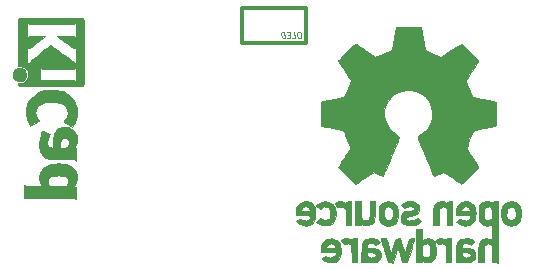
<source format=gbo>
G04 #@! TF.GenerationSoftware,KiCad,Pcbnew,5.0.0-rc2-unknown-fc71fc6~65~ubuntu16.04.1*
G04 #@! TF.CreationDate,2018-06-08T12:28:42+02:00*
G04 #@! TF.ProjectId,mmdvm_hs-hat,6D6D64766D5F68732D6861742E6B6963,1.7*
G04 #@! TF.SameCoordinates,Original*
G04 #@! TF.FileFunction,Legend,Bot*
G04 #@! TF.FilePolarity,Positive*
%FSLAX46Y46*%
G04 Gerber Fmt 4.6, Leading zero omitted, Abs format (unit mm)*
G04 Created by KiCad (PCBNEW 5.0.0-rc2-unknown-fc71fc6~65~ubuntu16.04.1) date Fri Jun  8 12:28:42 2018*
%MOMM*%
%LPD*%
G01*
G04 APERTURE LIST*
%ADD10C,0.300000*%
%ADD11C,0.125000*%
%ADD12C,0.010000*%
G04 APERTURE END LIST*
D10*
X175221900Y-115138200D02*
X175221900Y-112227360D01*
X180662585Y-115138200D02*
X175221900Y-115138200D01*
X180662580Y-112227360D02*
X180662580Y-115138200D01*
X175221900Y-112227360D02*
X180662580Y-112227360D01*
D11*
X180087465Y-114224310D02*
X179992227Y-114224310D01*
X179947584Y-114248120D01*
X179905917Y-114295739D01*
X179894013Y-114390977D01*
X179914846Y-114557643D01*
X179950560Y-114652881D01*
X180004132Y-114700500D01*
X180054727Y-114724310D01*
X180149965Y-114724310D01*
X180194608Y-114700500D01*
X180236275Y-114652881D01*
X180248179Y-114557643D01*
X180227346Y-114390977D01*
X180191632Y-114295739D01*
X180138060Y-114248120D01*
X180087465Y-114224310D01*
X179483298Y-114724310D02*
X179721394Y-114724310D01*
X179658894Y-114224310D01*
X179283894Y-114462405D02*
X179117227Y-114462405D01*
X179078536Y-114724310D02*
X179316632Y-114724310D01*
X179254132Y-114224310D01*
X179016036Y-114224310D01*
X178864251Y-114724310D02*
X178801751Y-114224310D01*
X178682703Y-114224310D01*
X178614251Y-114248120D01*
X178572584Y-114295739D01*
X178554727Y-114343358D01*
X178542822Y-114438596D01*
X178551751Y-114510024D01*
X178587465Y-114605262D01*
X178617227Y-114652881D01*
X178670798Y-114700500D01*
X178745203Y-114724310D01*
X178864251Y-114724310D01*
D12*
G04 #@! TO.C,REF\002A\002A\002A*
G36*
X156273689Y-114744257D02*
X156273725Y-115008780D01*
X156273730Y-115131912D01*
X156273730Y-117102811D01*
X156389910Y-117102811D01*
X156531291Y-117115211D01*
X156661684Y-117152636D01*
X156781862Y-117215423D01*
X156892602Y-117303906D01*
X156922511Y-117333843D01*
X157007348Y-117441534D01*
X157069221Y-117560275D01*
X157108159Y-117686540D01*
X157124190Y-117816803D01*
X157117342Y-117947535D01*
X157087643Y-118075212D01*
X157035120Y-118196305D01*
X156959803Y-118307288D01*
X156914363Y-118357132D01*
X156802952Y-118450017D01*
X156680435Y-118518127D01*
X156548215Y-118560871D01*
X156407692Y-118577653D01*
X156393867Y-118577876D01*
X156273734Y-118578756D01*
X156273732Y-118631557D01*
X156280089Y-118678396D01*
X156295556Y-118721183D01*
X156297154Y-118724011D01*
X156302168Y-118733675D01*
X156306073Y-118742549D01*
X156310007Y-118750665D01*
X156315106Y-118758057D01*
X156322508Y-118764755D01*
X156333351Y-118770792D01*
X156348772Y-118776199D01*
X156369909Y-118781010D01*
X156397899Y-118785255D01*
X156433879Y-118788968D01*
X156478987Y-118792179D01*
X156534360Y-118794922D01*
X156601137Y-118797228D01*
X156680453Y-118799129D01*
X156773447Y-118800658D01*
X156881257Y-118801846D01*
X157005019Y-118802726D01*
X157145871Y-118803330D01*
X157304950Y-118803689D01*
X157483395Y-118803835D01*
X157682342Y-118803802D01*
X157902929Y-118803620D01*
X158146293Y-118803323D01*
X158413572Y-118802941D01*
X158705903Y-118802508D01*
X159024424Y-118802055D01*
X159063230Y-118802002D01*
X159383782Y-118801596D01*
X159678012Y-118801251D01*
X159947056Y-118800931D01*
X160192052Y-118800600D01*
X160414137Y-118800221D01*
X160614447Y-118799757D01*
X160794119Y-118799172D01*
X160954290Y-118798430D01*
X161096098Y-118797494D01*
X161220679Y-118796327D01*
X161329170Y-118794893D01*
X161422707Y-118793156D01*
X161502429Y-118791078D01*
X161569472Y-118788624D01*
X161624973Y-118785756D01*
X161670068Y-118782439D01*
X161705895Y-118778636D01*
X161733591Y-118774310D01*
X161754293Y-118769425D01*
X161769137Y-118763945D01*
X161779260Y-118757832D01*
X161785800Y-118751050D01*
X161789893Y-118743563D01*
X161792676Y-118735334D01*
X161795287Y-118726327D01*
X161798862Y-118716505D01*
X161799950Y-118714106D01*
X161802396Y-118706565D01*
X161804642Y-118693944D01*
X161806698Y-118675141D01*
X161808572Y-118649053D01*
X161810271Y-118614578D01*
X161811803Y-118570615D01*
X161813177Y-118516061D01*
X161814400Y-118449815D01*
X161815481Y-118370774D01*
X161816427Y-118277837D01*
X161817247Y-118169901D01*
X161817947Y-118045864D01*
X161818538Y-117904624D01*
X161819025Y-117745079D01*
X161819419Y-117566128D01*
X161819725Y-117366668D01*
X161819953Y-117145596D01*
X161820110Y-116901812D01*
X161820205Y-116634213D01*
X161820245Y-116341697D01*
X161820238Y-116023161D01*
X161820228Y-115919979D01*
X161820176Y-115594377D01*
X161820091Y-115295119D01*
X161819963Y-115021091D01*
X161819785Y-114771176D01*
X161819548Y-114544260D01*
X161819242Y-114339227D01*
X161818860Y-114154962D01*
X161818392Y-113990350D01*
X161817830Y-113844275D01*
X161817165Y-113715624D01*
X161816388Y-113603279D01*
X161815491Y-113506126D01*
X161814465Y-113423050D01*
X161813301Y-113352936D01*
X161811991Y-113294668D01*
X161810525Y-113247131D01*
X161808896Y-113209210D01*
X161807093Y-113179790D01*
X161805110Y-113157755D01*
X161802936Y-113141990D01*
X161800563Y-113131380D01*
X161798391Y-113125596D01*
X161794056Y-113115316D01*
X161790859Y-113105878D01*
X161787665Y-113097245D01*
X161783338Y-113089381D01*
X161776744Y-113082252D01*
X161766747Y-113075821D01*
X161752212Y-113070053D01*
X161732003Y-113064911D01*
X161704985Y-113060360D01*
X161670023Y-113056365D01*
X161625981Y-113052889D01*
X161571724Y-113049898D01*
X161506117Y-113047354D01*
X161428024Y-113045223D01*
X161336310Y-113043468D01*
X161229840Y-113042055D01*
X161188973Y-113041685D01*
X161188973Y-113408116D01*
X161188973Y-114703266D01*
X161151217Y-114678345D01*
X161112417Y-114653553D01*
X161075469Y-114632560D01*
X161037788Y-114615065D01*
X160996788Y-114600770D01*
X160949883Y-114589377D01*
X160894487Y-114580587D01*
X160828016Y-114574102D01*
X160747883Y-114569623D01*
X160651502Y-114566850D01*
X160536289Y-114565487D01*
X160399657Y-114565233D01*
X160239020Y-114565791D01*
X160179382Y-114566107D01*
X159540041Y-114569675D01*
X160091449Y-114974702D01*
X160247876Y-115089446D01*
X160384088Y-115188857D01*
X160501890Y-115274010D01*
X160603084Y-115345978D01*
X160689477Y-115405834D01*
X160762874Y-115454652D01*
X160825077Y-115493505D01*
X160877893Y-115523466D01*
X160923125Y-115545609D01*
X160962578Y-115561007D01*
X160998058Y-115570734D01*
X161031368Y-115575863D01*
X161064313Y-115577468D01*
X161098697Y-115576621D01*
X161103019Y-115576405D01*
X161189031Y-115571946D01*
X161188973Y-116991308D01*
X161082522Y-116885735D01*
X161053406Y-116857087D01*
X161025076Y-116829910D01*
X160995968Y-116803011D01*
X160964520Y-116775197D01*
X160929169Y-116745275D01*
X160888354Y-116712054D01*
X160840511Y-116674339D01*
X160784079Y-116630940D01*
X160717494Y-116580662D01*
X160639195Y-116522312D01*
X160547619Y-116454700D01*
X160441204Y-116376631D01*
X160318387Y-116286912D01*
X160177605Y-116184352D01*
X160017297Y-116067758D01*
X159885798Y-115972191D01*
X159720596Y-115852251D01*
X159576152Y-115747620D01*
X159451094Y-115657352D01*
X159344052Y-115580497D01*
X159253654Y-115516109D01*
X159178529Y-115463239D01*
X159117304Y-115420940D01*
X159068610Y-115388264D01*
X159031074Y-115364262D01*
X159003325Y-115347987D01*
X158983992Y-115338492D01*
X158971703Y-115334827D01*
X158965242Y-115335929D01*
X158948048Y-115349276D01*
X158911655Y-115378134D01*
X158858224Y-115420760D01*
X158789919Y-115475415D01*
X158708903Y-115540356D01*
X158617340Y-115613842D01*
X158517392Y-115694132D01*
X158411224Y-115779485D01*
X158300997Y-115868160D01*
X158188876Y-115958414D01*
X158127244Y-116008056D01*
X158127244Y-117240627D01*
X158219919Y-117291854D01*
X158312595Y-117343081D01*
X161003622Y-117343081D01*
X161096298Y-117291854D01*
X161188973Y-117240627D01*
X161188973Y-117846604D01*
X161188931Y-117991266D01*
X161188741Y-118110756D01*
X161188308Y-118207358D01*
X161187536Y-118283358D01*
X161186330Y-118341043D01*
X161184594Y-118382699D01*
X161182232Y-118410611D01*
X161179150Y-118427065D01*
X161175251Y-118434348D01*
X161170440Y-118434745D01*
X161164622Y-118430542D01*
X161164574Y-118430499D01*
X161139532Y-118413187D01*
X161098815Y-118390264D01*
X161058168Y-118370019D01*
X160976162Y-118331621D01*
X158127244Y-118323789D01*
X158127244Y-117240627D01*
X158127244Y-116008056D01*
X158077024Y-116048507D01*
X157967604Y-116136698D01*
X157862778Y-116221246D01*
X157764711Y-116300408D01*
X157675566Y-116372444D01*
X157597505Y-116435613D01*
X157532692Y-116488173D01*
X157483290Y-116528383D01*
X157454487Y-116552000D01*
X157346778Y-116643710D01*
X157249580Y-116731940D01*
X157166076Y-116813597D01*
X157099448Y-116885590D01*
X157058599Y-116936681D01*
X157015135Y-116997093D01*
X157015135Y-115607702D01*
X157096666Y-115608092D01*
X157156606Y-115604209D01*
X157212177Y-115589610D01*
X157264855Y-115567012D01*
X157294615Y-115552322D01*
X157324103Y-115536528D01*
X157355276Y-115518186D01*
X157390093Y-115495855D01*
X157430510Y-115468091D01*
X157478486Y-115433451D01*
X157535978Y-115390493D01*
X157604943Y-115337773D01*
X157687339Y-115273849D01*
X157785124Y-115197279D01*
X157900255Y-115106619D01*
X158034690Y-115000426D01*
X158049859Y-114988432D01*
X158579412Y-114569675D01*
X157992922Y-114565622D01*
X157817251Y-114564805D01*
X157668532Y-114564979D01*
X157546275Y-114566151D01*
X157449989Y-114568331D01*
X157379183Y-114571526D01*
X157333369Y-114575744D01*
X157324679Y-114577162D01*
X157233135Y-114599409D01*
X157150608Y-114628557D01*
X157084253Y-114661818D01*
X157056110Y-114681800D01*
X157015135Y-114716278D01*
X157015135Y-114062086D01*
X157015269Y-113906031D01*
X157015703Y-113775533D01*
X157016489Y-113668690D01*
X157017676Y-113583602D01*
X157019317Y-113518365D01*
X157021461Y-113471079D01*
X157024159Y-113439843D01*
X157027462Y-113422754D01*
X157031421Y-113417912D01*
X157032298Y-113418247D01*
X157053231Y-113432115D01*
X157086412Y-113455268D01*
X157103193Y-113467246D01*
X157119940Y-113479631D01*
X157134915Y-113490763D01*
X157149594Y-113500712D01*
X157165449Y-113509549D01*
X157183955Y-113517343D01*
X157206585Y-113524165D01*
X157234813Y-113530084D01*
X157270113Y-113535171D01*
X157313958Y-113539496D01*
X157367822Y-113543129D01*
X157433180Y-113546140D01*
X157511504Y-113548599D01*
X157604268Y-113550577D01*
X157712947Y-113552142D01*
X157839013Y-113553366D01*
X157983942Y-113554319D01*
X158149206Y-113555070D01*
X158336279Y-113555689D01*
X158546635Y-113556248D01*
X158781748Y-113556815D01*
X158997741Y-113557345D01*
X159238535Y-113557845D01*
X159468274Y-113558105D01*
X159685493Y-113558132D01*
X159888722Y-113557933D01*
X160076496Y-113557514D01*
X160247345Y-113556882D01*
X160399803Y-113556044D01*
X160532403Y-113555008D01*
X160643676Y-113553780D01*
X160732156Y-113552367D01*
X160796375Y-113550775D01*
X160834865Y-113549013D01*
X160838933Y-113548679D01*
X160932248Y-113536534D01*
X161007190Y-113517573D01*
X161072594Y-113488698D01*
X161137293Y-113446810D01*
X161144352Y-113441571D01*
X161188973Y-113408116D01*
X161188973Y-113041685D01*
X161107479Y-113040946D01*
X160968090Y-113040107D01*
X160810539Y-113039502D01*
X160633691Y-113039095D01*
X160436410Y-113038850D01*
X160217560Y-113038733D01*
X159976007Y-113038705D01*
X159710615Y-113038733D01*
X159420249Y-113038780D01*
X159103773Y-113038810D01*
X159040946Y-113038811D01*
X158721137Y-113038828D01*
X158427661Y-113038888D01*
X158159390Y-113038998D01*
X157915198Y-113039167D01*
X157693957Y-113039403D01*
X157494540Y-113039716D01*
X157315820Y-113040115D01*
X157156671Y-113040607D01*
X157015966Y-113041203D01*
X156892576Y-113041910D01*
X156785376Y-113042737D01*
X156693238Y-113043693D01*
X156615035Y-113044787D01*
X156549641Y-113046027D01*
X156495928Y-113047422D01*
X156452769Y-113048982D01*
X156419037Y-113050714D01*
X156393605Y-113052628D01*
X156375347Y-113054732D01*
X156363134Y-113057034D01*
X156355841Y-113059545D01*
X156355659Y-113059637D01*
X156344518Y-113064808D01*
X156334431Y-113069115D01*
X156325346Y-113073879D01*
X156317212Y-113080422D01*
X156309976Y-113090065D01*
X156303586Y-113104129D01*
X156297989Y-113123937D01*
X156293133Y-113150809D01*
X156288966Y-113186067D01*
X156285436Y-113231032D01*
X156282491Y-113287026D01*
X156280077Y-113355371D01*
X156278144Y-113437386D01*
X156276638Y-113534395D01*
X156275508Y-113647718D01*
X156274702Y-113778677D01*
X156274166Y-113928593D01*
X156273849Y-114098787D01*
X156273699Y-114290582D01*
X156273663Y-114505298D01*
X156273689Y-114744257D01*
X156273689Y-114744257D01*
G37*
X156273689Y-114744257D02*
X156273725Y-115008780D01*
X156273730Y-115131912D01*
X156273730Y-117102811D01*
X156389910Y-117102811D01*
X156531291Y-117115211D01*
X156661684Y-117152636D01*
X156781862Y-117215423D01*
X156892602Y-117303906D01*
X156922511Y-117333843D01*
X157007348Y-117441534D01*
X157069221Y-117560275D01*
X157108159Y-117686540D01*
X157124190Y-117816803D01*
X157117342Y-117947535D01*
X157087643Y-118075212D01*
X157035120Y-118196305D01*
X156959803Y-118307288D01*
X156914363Y-118357132D01*
X156802952Y-118450017D01*
X156680435Y-118518127D01*
X156548215Y-118560871D01*
X156407692Y-118577653D01*
X156393867Y-118577876D01*
X156273734Y-118578756D01*
X156273732Y-118631557D01*
X156280089Y-118678396D01*
X156295556Y-118721183D01*
X156297154Y-118724011D01*
X156302168Y-118733675D01*
X156306073Y-118742549D01*
X156310007Y-118750665D01*
X156315106Y-118758057D01*
X156322508Y-118764755D01*
X156333351Y-118770792D01*
X156348772Y-118776199D01*
X156369909Y-118781010D01*
X156397899Y-118785255D01*
X156433879Y-118788968D01*
X156478987Y-118792179D01*
X156534360Y-118794922D01*
X156601137Y-118797228D01*
X156680453Y-118799129D01*
X156773447Y-118800658D01*
X156881257Y-118801846D01*
X157005019Y-118802726D01*
X157145871Y-118803330D01*
X157304950Y-118803689D01*
X157483395Y-118803835D01*
X157682342Y-118803802D01*
X157902929Y-118803620D01*
X158146293Y-118803323D01*
X158413572Y-118802941D01*
X158705903Y-118802508D01*
X159024424Y-118802055D01*
X159063230Y-118802002D01*
X159383782Y-118801596D01*
X159678012Y-118801251D01*
X159947056Y-118800931D01*
X160192052Y-118800600D01*
X160414137Y-118800221D01*
X160614447Y-118799757D01*
X160794119Y-118799172D01*
X160954290Y-118798430D01*
X161096098Y-118797494D01*
X161220679Y-118796327D01*
X161329170Y-118794893D01*
X161422707Y-118793156D01*
X161502429Y-118791078D01*
X161569472Y-118788624D01*
X161624973Y-118785756D01*
X161670068Y-118782439D01*
X161705895Y-118778636D01*
X161733591Y-118774310D01*
X161754293Y-118769425D01*
X161769137Y-118763945D01*
X161779260Y-118757832D01*
X161785800Y-118751050D01*
X161789893Y-118743563D01*
X161792676Y-118735334D01*
X161795287Y-118726327D01*
X161798862Y-118716505D01*
X161799950Y-118714106D01*
X161802396Y-118706565D01*
X161804642Y-118693944D01*
X161806698Y-118675141D01*
X161808572Y-118649053D01*
X161810271Y-118614578D01*
X161811803Y-118570615D01*
X161813177Y-118516061D01*
X161814400Y-118449815D01*
X161815481Y-118370774D01*
X161816427Y-118277837D01*
X161817247Y-118169901D01*
X161817947Y-118045864D01*
X161818538Y-117904624D01*
X161819025Y-117745079D01*
X161819419Y-117566128D01*
X161819725Y-117366668D01*
X161819953Y-117145596D01*
X161820110Y-116901812D01*
X161820205Y-116634213D01*
X161820245Y-116341697D01*
X161820238Y-116023161D01*
X161820228Y-115919979D01*
X161820176Y-115594377D01*
X161820091Y-115295119D01*
X161819963Y-115021091D01*
X161819785Y-114771176D01*
X161819548Y-114544260D01*
X161819242Y-114339227D01*
X161818860Y-114154962D01*
X161818392Y-113990350D01*
X161817830Y-113844275D01*
X161817165Y-113715624D01*
X161816388Y-113603279D01*
X161815491Y-113506126D01*
X161814465Y-113423050D01*
X161813301Y-113352936D01*
X161811991Y-113294668D01*
X161810525Y-113247131D01*
X161808896Y-113209210D01*
X161807093Y-113179790D01*
X161805110Y-113157755D01*
X161802936Y-113141990D01*
X161800563Y-113131380D01*
X161798391Y-113125596D01*
X161794056Y-113115316D01*
X161790859Y-113105878D01*
X161787665Y-113097245D01*
X161783338Y-113089381D01*
X161776744Y-113082252D01*
X161766747Y-113075821D01*
X161752212Y-113070053D01*
X161732003Y-113064911D01*
X161704985Y-113060360D01*
X161670023Y-113056365D01*
X161625981Y-113052889D01*
X161571724Y-113049898D01*
X161506117Y-113047354D01*
X161428024Y-113045223D01*
X161336310Y-113043468D01*
X161229840Y-113042055D01*
X161188973Y-113041685D01*
X161188973Y-113408116D01*
X161188973Y-114703266D01*
X161151217Y-114678345D01*
X161112417Y-114653553D01*
X161075469Y-114632560D01*
X161037788Y-114615065D01*
X160996788Y-114600770D01*
X160949883Y-114589377D01*
X160894487Y-114580587D01*
X160828016Y-114574102D01*
X160747883Y-114569623D01*
X160651502Y-114566850D01*
X160536289Y-114565487D01*
X160399657Y-114565233D01*
X160239020Y-114565791D01*
X160179382Y-114566107D01*
X159540041Y-114569675D01*
X160091449Y-114974702D01*
X160247876Y-115089446D01*
X160384088Y-115188857D01*
X160501890Y-115274010D01*
X160603084Y-115345978D01*
X160689477Y-115405834D01*
X160762874Y-115454652D01*
X160825077Y-115493505D01*
X160877893Y-115523466D01*
X160923125Y-115545609D01*
X160962578Y-115561007D01*
X160998058Y-115570734D01*
X161031368Y-115575863D01*
X161064313Y-115577468D01*
X161098697Y-115576621D01*
X161103019Y-115576405D01*
X161189031Y-115571946D01*
X161188973Y-116991308D01*
X161082522Y-116885735D01*
X161053406Y-116857087D01*
X161025076Y-116829910D01*
X160995968Y-116803011D01*
X160964520Y-116775197D01*
X160929169Y-116745275D01*
X160888354Y-116712054D01*
X160840511Y-116674339D01*
X160784079Y-116630940D01*
X160717494Y-116580662D01*
X160639195Y-116522312D01*
X160547619Y-116454700D01*
X160441204Y-116376631D01*
X160318387Y-116286912D01*
X160177605Y-116184352D01*
X160017297Y-116067758D01*
X159885798Y-115972191D01*
X159720596Y-115852251D01*
X159576152Y-115747620D01*
X159451094Y-115657352D01*
X159344052Y-115580497D01*
X159253654Y-115516109D01*
X159178529Y-115463239D01*
X159117304Y-115420940D01*
X159068610Y-115388264D01*
X159031074Y-115364262D01*
X159003325Y-115347987D01*
X158983992Y-115338492D01*
X158971703Y-115334827D01*
X158965242Y-115335929D01*
X158948048Y-115349276D01*
X158911655Y-115378134D01*
X158858224Y-115420760D01*
X158789919Y-115475415D01*
X158708903Y-115540356D01*
X158617340Y-115613842D01*
X158517392Y-115694132D01*
X158411224Y-115779485D01*
X158300997Y-115868160D01*
X158188876Y-115958414D01*
X158127244Y-116008056D01*
X158127244Y-117240627D01*
X158219919Y-117291854D01*
X158312595Y-117343081D01*
X161003622Y-117343081D01*
X161096298Y-117291854D01*
X161188973Y-117240627D01*
X161188973Y-117846604D01*
X161188931Y-117991266D01*
X161188741Y-118110756D01*
X161188308Y-118207358D01*
X161187536Y-118283358D01*
X161186330Y-118341043D01*
X161184594Y-118382699D01*
X161182232Y-118410611D01*
X161179150Y-118427065D01*
X161175251Y-118434348D01*
X161170440Y-118434745D01*
X161164622Y-118430542D01*
X161164574Y-118430499D01*
X161139532Y-118413187D01*
X161098815Y-118390264D01*
X161058168Y-118370019D01*
X160976162Y-118331621D01*
X158127244Y-118323789D01*
X158127244Y-117240627D01*
X158127244Y-116008056D01*
X158077024Y-116048507D01*
X157967604Y-116136698D01*
X157862778Y-116221246D01*
X157764711Y-116300408D01*
X157675566Y-116372444D01*
X157597505Y-116435613D01*
X157532692Y-116488173D01*
X157483290Y-116528383D01*
X157454487Y-116552000D01*
X157346778Y-116643710D01*
X157249580Y-116731940D01*
X157166076Y-116813597D01*
X157099448Y-116885590D01*
X157058599Y-116936681D01*
X157015135Y-116997093D01*
X157015135Y-115607702D01*
X157096666Y-115608092D01*
X157156606Y-115604209D01*
X157212177Y-115589610D01*
X157264855Y-115567012D01*
X157294615Y-115552322D01*
X157324103Y-115536528D01*
X157355276Y-115518186D01*
X157390093Y-115495855D01*
X157430510Y-115468091D01*
X157478486Y-115433451D01*
X157535978Y-115390493D01*
X157604943Y-115337773D01*
X157687339Y-115273849D01*
X157785124Y-115197279D01*
X157900255Y-115106619D01*
X158034690Y-115000426D01*
X158049859Y-114988432D01*
X158579412Y-114569675D01*
X157992922Y-114565622D01*
X157817251Y-114564805D01*
X157668532Y-114564979D01*
X157546275Y-114566151D01*
X157449989Y-114568331D01*
X157379183Y-114571526D01*
X157333369Y-114575744D01*
X157324679Y-114577162D01*
X157233135Y-114599409D01*
X157150608Y-114628557D01*
X157084253Y-114661818D01*
X157056110Y-114681800D01*
X157015135Y-114716278D01*
X157015135Y-114062086D01*
X157015269Y-113906031D01*
X157015703Y-113775533D01*
X157016489Y-113668690D01*
X157017676Y-113583602D01*
X157019317Y-113518365D01*
X157021461Y-113471079D01*
X157024159Y-113439843D01*
X157027462Y-113422754D01*
X157031421Y-113417912D01*
X157032298Y-113418247D01*
X157053231Y-113432115D01*
X157086412Y-113455268D01*
X157103193Y-113467246D01*
X157119940Y-113479631D01*
X157134915Y-113490763D01*
X157149594Y-113500712D01*
X157165449Y-113509549D01*
X157183955Y-113517343D01*
X157206585Y-113524165D01*
X157234813Y-113530084D01*
X157270113Y-113535171D01*
X157313958Y-113539496D01*
X157367822Y-113543129D01*
X157433180Y-113546140D01*
X157511504Y-113548599D01*
X157604268Y-113550577D01*
X157712947Y-113552142D01*
X157839013Y-113553366D01*
X157983942Y-113554319D01*
X158149206Y-113555070D01*
X158336279Y-113555689D01*
X158546635Y-113556248D01*
X158781748Y-113556815D01*
X158997741Y-113557345D01*
X159238535Y-113557845D01*
X159468274Y-113558105D01*
X159685493Y-113558132D01*
X159888722Y-113557933D01*
X160076496Y-113557514D01*
X160247345Y-113556882D01*
X160399803Y-113556044D01*
X160532403Y-113555008D01*
X160643676Y-113553780D01*
X160732156Y-113552367D01*
X160796375Y-113550775D01*
X160834865Y-113549013D01*
X160838933Y-113548679D01*
X160932248Y-113536534D01*
X161007190Y-113517573D01*
X161072594Y-113488698D01*
X161137293Y-113446810D01*
X161144352Y-113441571D01*
X161188973Y-113408116D01*
X161188973Y-113041685D01*
X161107479Y-113040946D01*
X160968090Y-113040107D01*
X160810539Y-113039502D01*
X160633691Y-113039095D01*
X160436410Y-113038850D01*
X160217560Y-113038733D01*
X159976007Y-113038705D01*
X159710615Y-113038733D01*
X159420249Y-113038780D01*
X159103773Y-113038810D01*
X159040946Y-113038811D01*
X158721137Y-113038828D01*
X158427661Y-113038888D01*
X158159390Y-113038998D01*
X157915198Y-113039167D01*
X157693957Y-113039403D01*
X157494540Y-113039716D01*
X157315820Y-113040115D01*
X157156671Y-113040607D01*
X157015966Y-113041203D01*
X156892576Y-113041910D01*
X156785376Y-113042737D01*
X156693238Y-113043693D01*
X156615035Y-113044787D01*
X156549641Y-113046027D01*
X156495928Y-113047422D01*
X156452769Y-113048982D01*
X156419037Y-113050714D01*
X156393605Y-113052628D01*
X156375347Y-113054732D01*
X156363134Y-113057034D01*
X156355841Y-113059545D01*
X156355659Y-113059637D01*
X156344518Y-113064808D01*
X156334431Y-113069115D01*
X156325346Y-113073879D01*
X156317212Y-113080422D01*
X156309976Y-113090065D01*
X156303586Y-113104129D01*
X156297989Y-113123937D01*
X156293133Y-113150809D01*
X156288966Y-113186067D01*
X156285436Y-113231032D01*
X156282491Y-113287026D01*
X156280077Y-113355371D01*
X156278144Y-113437386D01*
X156276638Y-113534395D01*
X156275508Y-113647718D01*
X156274702Y-113778677D01*
X156274166Y-113928593D01*
X156273849Y-114098787D01*
X156273699Y-114290582D01*
X156273663Y-114505298D01*
X156273689Y-114744257D01*
G36*
X156960499Y-121139962D02*
X156976707Y-121288014D01*
X157005718Y-121431452D01*
X157049045Y-121576110D01*
X157108201Y-121727824D01*
X157184700Y-121892428D01*
X157199517Y-121922071D01*
X157233031Y-121990098D01*
X157263208Y-122054256D01*
X157287166Y-122108215D01*
X157302024Y-122145640D01*
X157303895Y-122151389D01*
X157320402Y-122206486D01*
X157679201Y-121959851D01*
X157766893Y-121899552D01*
X157847012Y-121844422D01*
X157916836Y-121796336D01*
X157973647Y-121757168D01*
X158014723Y-121728794D01*
X158037346Y-121713087D01*
X158040928Y-121710536D01*
X158033438Y-121700171D01*
X158010918Y-121674660D01*
X157977461Y-121638563D01*
X157958550Y-121618642D01*
X157868778Y-121505773D01*
X157800561Y-121379014D01*
X157763195Y-121269783D01*
X157751460Y-121204214D01*
X157744308Y-121122116D01*
X157741874Y-121033144D01*
X157744288Y-120946956D01*
X157751683Y-120873205D01*
X157757347Y-120843776D01*
X157802982Y-120711133D01*
X157872663Y-120591606D01*
X157966260Y-120485283D01*
X158083649Y-120392253D01*
X158224700Y-120312605D01*
X158389286Y-120246426D01*
X158577280Y-120193806D01*
X158738217Y-120162533D01*
X158809263Y-120154374D01*
X158901046Y-120148815D01*
X159006968Y-120145802D01*
X159120434Y-120145281D01*
X159234849Y-120147200D01*
X159343617Y-120151503D01*
X159440143Y-120158137D01*
X159517831Y-120167049D01*
X159529817Y-120168979D01*
X159722892Y-120211499D01*
X159893773Y-120269433D01*
X160043224Y-120343133D01*
X160172011Y-120432951D01*
X160241639Y-120496707D01*
X160336173Y-120611286D01*
X160406246Y-120736942D01*
X160451477Y-120871557D01*
X160471484Y-121013011D01*
X160465885Y-121159183D01*
X160434300Y-121307955D01*
X160403394Y-121395911D01*
X160341506Y-121517629D01*
X160252729Y-121643080D01*
X160192694Y-121713353D01*
X160157947Y-121752811D01*
X160132454Y-121783812D01*
X160120170Y-121801458D01*
X160119795Y-121803648D01*
X160132347Y-121811524D01*
X160165516Y-121831932D01*
X160216458Y-121863132D01*
X160282331Y-121903386D01*
X160360289Y-121950957D01*
X160447490Y-122004104D01*
X160496067Y-122033687D01*
X160867215Y-122259648D01*
X161006639Y-121977527D01*
X161056719Y-121875522D01*
X161096210Y-121792889D01*
X161127073Y-121724578D01*
X161151268Y-121665537D01*
X161170758Y-121610714D01*
X161187503Y-121555060D01*
X161203465Y-121493523D01*
X161217482Y-121434540D01*
X161228329Y-121382115D01*
X161236526Y-121327288D01*
X161242528Y-121264572D01*
X161246790Y-121188477D01*
X161249767Y-121093516D01*
X161251052Y-121029513D01*
X161251930Y-120938192D01*
X161251487Y-120850627D01*
X161249852Y-120772612D01*
X161247149Y-120709942D01*
X161243505Y-120668413D01*
X161243142Y-120665952D01*
X161196487Y-120450303D01*
X161125729Y-120247793D01*
X161030914Y-120058495D01*
X160912089Y-119882479D01*
X160769300Y-119719816D01*
X160602594Y-119570578D01*
X160454433Y-119462496D01*
X160260502Y-119347434D01*
X160055699Y-119254423D01*
X159838383Y-119183013D01*
X159606912Y-119132756D01*
X159359643Y-119103201D01*
X159108559Y-119093889D01*
X158865670Y-119101548D01*
X158641570Y-119125613D01*
X158432477Y-119166852D01*
X158234613Y-119226027D01*
X158044196Y-119303904D01*
X158024468Y-119313203D01*
X157840059Y-119415648D01*
X157664576Y-119541472D01*
X157501650Y-119687112D01*
X157354914Y-119849001D01*
X157228001Y-120023576D01*
X157134905Y-120186244D01*
X157061991Y-120350573D01*
X157009174Y-120515251D01*
X156975015Y-120686652D01*
X156958078Y-120871153D01*
X156955580Y-120981459D01*
X156960499Y-121139962D01*
X156960499Y-121139962D01*
G37*
X156960499Y-121139962D02*
X156976707Y-121288014D01*
X157005718Y-121431452D01*
X157049045Y-121576110D01*
X157108201Y-121727824D01*
X157184700Y-121892428D01*
X157199517Y-121922071D01*
X157233031Y-121990098D01*
X157263208Y-122054256D01*
X157287166Y-122108215D01*
X157302024Y-122145640D01*
X157303895Y-122151389D01*
X157320402Y-122206486D01*
X157679201Y-121959851D01*
X157766893Y-121899552D01*
X157847012Y-121844422D01*
X157916836Y-121796336D01*
X157973647Y-121757168D01*
X158014723Y-121728794D01*
X158037346Y-121713087D01*
X158040928Y-121710536D01*
X158033438Y-121700171D01*
X158010918Y-121674660D01*
X157977461Y-121638563D01*
X157958550Y-121618642D01*
X157868778Y-121505773D01*
X157800561Y-121379014D01*
X157763195Y-121269783D01*
X157751460Y-121204214D01*
X157744308Y-121122116D01*
X157741874Y-121033144D01*
X157744288Y-120946956D01*
X157751683Y-120873205D01*
X157757347Y-120843776D01*
X157802982Y-120711133D01*
X157872663Y-120591606D01*
X157966260Y-120485283D01*
X158083649Y-120392253D01*
X158224700Y-120312605D01*
X158389286Y-120246426D01*
X158577280Y-120193806D01*
X158738217Y-120162533D01*
X158809263Y-120154374D01*
X158901046Y-120148815D01*
X159006968Y-120145802D01*
X159120434Y-120145281D01*
X159234849Y-120147200D01*
X159343617Y-120151503D01*
X159440143Y-120158137D01*
X159517831Y-120167049D01*
X159529817Y-120168979D01*
X159722892Y-120211499D01*
X159893773Y-120269433D01*
X160043224Y-120343133D01*
X160172011Y-120432951D01*
X160241639Y-120496707D01*
X160336173Y-120611286D01*
X160406246Y-120736942D01*
X160451477Y-120871557D01*
X160471484Y-121013011D01*
X160465885Y-121159183D01*
X160434300Y-121307955D01*
X160403394Y-121395911D01*
X160341506Y-121517629D01*
X160252729Y-121643080D01*
X160192694Y-121713353D01*
X160157947Y-121752811D01*
X160132454Y-121783812D01*
X160120170Y-121801458D01*
X160119795Y-121803648D01*
X160132347Y-121811524D01*
X160165516Y-121831932D01*
X160216458Y-121863132D01*
X160282331Y-121903386D01*
X160360289Y-121950957D01*
X160447490Y-122004104D01*
X160496067Y-122033687D01*
X160867215Y-122259648D01*
X161006639Y-121977527D01*
X161056719Y-121875522D01*
X161096210Y-121792889D01*
X161127073Y-121724578D01*
X161151268Y-121665537D01*
X161170758Y-121610714D01*
X161187503Y-121555060D01*
X161203465Y-121493523D01*
X161217482Y-121434540D01*
X161228329Y-121382115D01*
X161236526Y-121327288D01*
X161242528Y-121264572D01*
X161246790Y-121188477D01*
X161249767Y-121093516D01*
X161251052Y-121029513D01*
X161251930Y-120938192D01*
X161251487Y-120850627D01*
X161249852Y-120772612D01*
X161247149Y-120709942D01*
X161243505Y-120668413D01*
X161243142Y-120665952D01*
X161196487Y-120450303D01*
X161125729Y-120247793D01*
X161030914Y-120058495D01*
X160912089Y-119882479D01*
X160769300Y-119719816D01*
X160602594Y-119570578D01*
X160454433Y-119462496D01*
X160260502Y-119347434D01*
X160055699Y-119254423D01*
X159838383Y-119183013D01*
X159606912Y-119132756D01*
X159359643Y-119103201D01*
X159108559Y-119093889D01*
X158865670Y-119101548D01*
X158641570Y-119125613D01*
X158432477Y-119166852D01*
X158234613Y-119226027D01*
X158044196Y-119303904D01*
X158024468Y-119313203D01*
X157840059Y-119415648D01*
X157664576Y-119541472D01*
X157501650Y-119687112D01*
X157354914Y-119849001D01*
X157228001Y-120023576D01*
X157134905Y-120186244D01*
X157061991Y-120350573D01*
X157009174Y-120515251D01*
X156975015Y-120686652D01*
X156958078Y-120871153D01*
X156955580Y-120981459D01*
X156960499Y-121139962D01*
G36*
X158064229Y-123867505D02*
X158069378Y-123935531D01*
X158095273Y-124130163D01*
X158136575Y-124302529D01*
X158193853Y-124453470D01*
X158267674Y-124583825D01*
X158358608Y-124694434D01*
X158467222Y-124786135D01*
X158594085Y-124859770D01*
X158731352Y-124913539D01*
X158775137Y-124927187D01*
X158816141Y-124939073D01*
X158856569Y-124949334D01*
X158898630Y-124958113D01*
X158944531Y-124965548D01*
X158996480Y-124971780D01*
X159056685Y-124976950D01*
X159127352Y-124981196D01*
X159210689Y-124984660D01*
X159308905Y-124987481D01*
X159424205Y-124989800D01*
X159558799Y-124991757D01*
X159714893Y-124993491D01*
X159894695Y-124995143D01*
X160035676Y-124996324D01*
X161003622Y-125004270D01*
X161096770Y-125055756D01*
X161141645Y-125080137D01*
X161176501Y-125098280D01*
X161195054Y-125106935D01*
X161196311Y-125107243D01*
X161197749Y-125094014D01*
X161199074Y-125056326D01*
X161200249Y-124997183D01*
X161201237Y-124919586D01*
X161201999Y-124826536D01*
X161202500Y-124721035D01*
X161202701Y-124606084D01*
X161202703Y-124592378D01*
X161202703Y-124077513D01*
X161086000Y-124077513D01*
X161033260Y-124076635D01*
X160992926Y-124074292D01*
X160971300Y-124070921D01*
X160969298Y-124069431D01*
X160977683Y-124055804D01*
X160999692Y-124027757D01*
X161030601Y-123991303D01*
X161031316Y-123990485D01*
X161080843Y-123923962D01*
X161130575Y-123839948D01*
X161175626Y-123747937D01*
X161211110Y-123657421D01*
X161223236Y-123617567D01*
X161238637Y-123538255D01*
X161248465Y-123440935D01*
X161252580Y-123334516D01*
X161250841Y-123227907D01*
X161243108Y-123130017D01*
X161231981Y-123061513D01*
X161182648Y-122893520D01*
X161112342Y-122742281D01*
X161021933Y-122608782D01*
X160912295Y-122494006D01*
X160784299Y-122398937D01*
X160638818Y-122324560D01*
X160550541Y-122292474D01*
X160464739Y-122272365D01*
X160361736Y-122259038D01*
X160251034Y-122252872D01*
X160234925Y-122253074D01*
X160234925Y-123181648D01*
X160317184Y-123189348D01*
X160385546Y-123214989D01*
X160448970Y-123262378D01*
X160467567Y-123280579D01*
X160517846Y-123345282D01*
X160550056Y-123420066D01*
X160565648Y-123509662D01*
X160566796Y-123604012D01*
X160559216Y-123693501D01*
X160544389Y-123762018D01*
X160533253Y-123791775D01*
X160502904Y-123845408D01*
X160460221Y-123902235D01*
X160412317Y-123954082D01*
X160366301Y-123992778D01*
X160349421Y-124003054D01*
X160325782Y-124011042D01*
X160288168Y-124016721D01*
X160232985Y-124020356D01*
X160156640Y-124022211D01*
X160083981Y-124022594D01*
X159999270Y-124022335D01*
X159938018Y-124021287D01*
X159896227Y-124019045D01*
X159869899Y-124015206D01*
X159855035Y-124009365D01*
X159847639Y-124001118D01*
X159846461Y-123998567D01*
X159842833Y-123976400D01*
X159839866Y-123932680D01*
X159837827Y-123873311D01*
X159836983Y-123804196D01*
X159836982Y-123789189D01*
X159838457Y-123696805D01*
X159842842Y-123625432D01*
X159850738Y-123568719D01*
X159862270Y-123521872D01*
X159906215Y-123405669D01*
X159960243Y-123314543D01*
X160025219Y-123247705D01*
X160102005Y-123204365D01*
X160191467Y-123183734D01*
X160234925Y-123181648D01*
X160234925Y-122253074D01*
X160142133Y-122254244D01*
X160044536Y-122263532D01*
X160005105Y-122270777D01*
X159858701Y-122317039D01*
X159723995Y-122387384D01*
X159602280Y-122480484D01*
X159494847Y-122595012D01*
X159402988Y-122729640D01*
X159327996Y-122883040D01*
X159282458Y-123013459D01*
X159258533Y-123100623D01*
X159239943Y-123183996D01*
X159226084Y-123268976D01*
X159216351Y-123360965D01*
X159210141Y-123465362D01*
X159206851Y-123587568D01*
X159205924Y-123698055D01*
X159205027Y-124025677D01*
X159106547Y-124019401D01*
X158999695Y-124001579D01*
X158907852Y-123963667D01*
X158833310Y-123907280D01*
X158778364Y-123834031D01*
X158751552Y-123769535D01*
X158734654Y-123677123D01*
X158732227Y-123567111D01*
X158743378Y-123444656D01*
X158767210Y-123314914D01*
X158802830Y-123183042D01*
X158849343Y-123054198D01*
X158891883Y-122960566D01*
X158913728Y-122915517D01*
X158928984Y-122881156D01*
X158934937Y-122863681D01*
X158934746Y-122862733D01*
X158921412Y-122856703D01*
X158886068Y-122841645D01*
X158832101Y-122818977D01*
X158762896Y-122790115D01*
X158681840Y-122756477D01*
X158599118Y-122722284D01*
X158267803Y-122585586D01*
X158251833Y-122682820D01*
X158243820Y-122724964D01*
X158230361Y-122788319D01*
X158212679Y-122867457D01*
X158191996Y-122956951D01*
X158169532Y-123051373D01*
X158160403Y-123088973D01*
X158122674Y-123251637D01*
X158094388Y-123394050D01*
X158074972Y-123521527D01*
X158063854Y-123639384D01*
X158060464Y-123752938D01*
X158064229Y-123867505D01*
X158064229Y-123867505D01*
G37*
X158064229Y-123867505D02*
X158069378Y-123935531D01*
X158095273Y-124130163D01*
X158136575Y-124302529D01*
X158193853Y-124453470D01*
X158267674Y-124583825D01*
X158358608Y-124694434D01*
X158467222Y-124786135D01*
X158594085Y-124859770D01*
X158731352Y-124913539D01*
X158775137Y-124927187D01*
X158816141Y-124939073D01*
X158856569Y-124949334D01*
X158898630Y-124958113D01*
X158944531Y-124965548D01*
X158996480Y-124971780D01*
X159056685Y-124976950D01*
X159127352Y-124981196D01*
X159210689Y-124984660D01*
X159308905Y-124987481D01*
X159424205Y-124989800D01*
X159558799Y-124991757D01*
X159714893Y-124993491D01*
X159894695Y-124995143D01*
X160035676Y-124996324D01*
X161003622Y-125004270D01*
X161096770Y-125055756D01*
X161141645Y-125080137D01*
X161176501Y-125098280D01*
X161195054Y-125106935D01*
X161196311Y-125107243D01*
X161197749Y-125094014D01*
X161199074Y-125056326D01*
X161200249Y-124997183D01*
X161201237Y-124919586D01*
X161201999Y-124826536D01*
X161202500Y-124721035D01*
X161202701Y-124606084D01*
X161202703Y-124592378D01*
X161202703Y-124077513D01*
X161086000Y-124077513D01*
X161033260Y-124076635D01*
X160992926Y-124074292D01*
X160971300Y-124070921D01*
X160969298Y-124069431D01*
X160977683Y-124055804D01*
X160999692Y-124027757D01*
X161030601Y-123991303D01*
X161031316Y-123990485D01*
X161080843Y-123923962D01*
X161130575Y-123839948D01*
X161175626Y-123747937D01*
X161211110Y-123657421D01*
X161223236Y-123617567D01*
X161238637Y-123538255D01*
X161248465Y-123440935D01*
X161252580Y-123334516D01*
X161250841Y-123227907D01*
X161243108Y-123130017D01*
X161231981Y-123061513D01*
X161182648Y-122893520D01*
X161112342Y-122742281D01*
X161021933Y-122608782D01*
X160912295Y-122494006D01*
X160784299Y-122398937D01*
X160638818Y-122324560D01*
X160550541Y-122292474D01*
X160464739Y-122272365D01*
X160361736Y-122259038D01*
X160251034Y-122252872D01*
X160234925Y-122253074D01*
X160234925Y-123181648D01*
X160317184Y-123189348D01*
X160385546Y-123214989D01*
X160448970Y-123262378D01*
X160467567Y-123280579D01*
X160517846Y-123345282D01*
X160550056Y-123420066D01*
X160565648Y-123509662D01*
X160566796Y-123604012D01*
X160559216Y-123693501D01*
X160544389Y-123762018D01*
X160533253Y-123791775D01*
X160502904Y-123845408D01*
X160460221Y-123902235D01*
X160412317Y-123954082D01*
X160366301Y-123992778D01*
X160349421Y-124003054D01*
X160325782Y-124011042D01*
X160288168Y-124016721D01*
X160232985Y-124020356D01*
X160156640Y-124022211D01*
X160083981Y-124022594D01*
X159999270Y-124022335D01*
X159938018Y-124021287D01*
X159896227Y-124019045D01*
X159869899Y-124015206D01*
X159855035Y-124009365D01*
X159847639Y-124001118D01*
X159846461Y-123998567D01*
X159842833Y-123976400D01*
X159839866Y-123932680D01*
X159837827Y-123873311D01*
X159836983Y-123804196D01*
X159836982Y-123789189D01*
X159838457Y-123696805D01*
X159842842Y-123625432D01*
X159850738Y-123568719D01*
X159862270Y-123521872D01*
X159906215Y-123405669D01*
X159960243Y-123314543D01*
X160025219Y-123247705D01*
X160102005Y-123204365D01*
X160191467Y-123183734D01*
X160234925Y-123181648D01*
X160234925Y-122253074D01*
X160142133Y-122254244D01*
X160044536Y-122263532D01*
X160005105Y-122270777D01*
X159858701Y-122317039D01*
X159723995Y-122387384D01*
X159602280Y-122480484D01*
X159494847Y-122595012D01*
X159402988Y-122729640D01*
X159327996Y-122883040D01*
X159282458Y-123013459D01*
X159258533Y-123100623D01*
X159239943Y-123183996D01*
X159226084Y-123268976D01*
X159216351Y-123360965D01*
X159210141Y-123465362D01*
X159206851Y-123587568D01*
X159205924Y-123698055D01*
X159205027Y-124025677D01*
X159106547Y-124019401D01*
X158999695Y-124001579D01*
X158907852Y-123963667D01*
X158833310Y-123907280D01*
X158778364Y-123834031D01*
X158751552Y-123769535D01*
X158734654Y-123677123D01*
X158732227Y-123567111D01*
X158743378Y-123444656D01*
X158767210Y-123314914D01*
X158802830Y-123183042D01*
X158849343Y-123054198D01*
X158891883Y-122960566D01*
X158913728Y-122915517D01*
X158928984Y-122881156D01*
X158934937Y-122863681D01*
X158934746Y-122862733D01*
X158921412Y-122856703D01*
X158886068Y-122841645D01*
X158832101Y-122818977D01*
X158762896Y-122790115D01*
X158681840Y-122756477D01*
X158599118Y-122722284D01*
X158267803Y-122585586D01*
X158251833Y-122682820D01*
X158243820Y-122724964D01*
X158230361Y-122788319D01*
X158212679Y-122867457D01*
X158191996Y-122956951D01*
X158169532Y-123051373D01*
X158160403Y-123088973D01*
X158122674Y-123251637D01*
X158094388Y-123394050D01*
X158074972Y-123521527D01*
X158063854Y-123639384D01*
X158060464Y-123752938D01*
X158064229Y-123867505D01*
G36*
X156756825Y-127542270D02*
X156757304Y-127659041D01*
X156757545Y-127698729D01*
X156761135Y-128244486D01*
X158854919Y-128251351D01*
X159138842Y-128252258D01*
X159396640Y-128253062D01*
X159629646Y-128253815D01*
X159839194Y-128254569D01*
X160026618Y-128255375D01*
X160193250Y-128256285D01*
X160340425Y-128257351D01*
X160469477Y-128258624D01*
X160581739Y-128260156D01*
X160678544Y-128261998D01*
X160761226Y-128264203D01*
X160831119Y-128266822D01*
X160889557Y-128269906D01*
X160937872Y-128273508D01*
X160977400Y-128277678D01*
X161009473Y-128282469D01*
X161035424Y-128287931D01*
X161056589Y-128294118D01*
X161074299Y-128301080D01*
X161089889Y-128308869D01*
X161104693Y-128317537D01*
X161120044Y-128327135D01*
X161137276Y-128337715D01*
X161140946Y-128339884D01*
X161203031Y-128376268D01*
X161199434Y-127850431D01*
X161195838Y-127324594D01*
X161080331Y-127317729D01*
X161024899Y-127313992D01*
X160992851Y-127310097D01*
X160980135Y-127304811D01*
X160982696Y-127296903D01*
X160990024Y-127290270D01*
X161016714Y-127261374D01*
X161051021Y-127214279D01*
X161088846Y-127155620D01*
X161126090Y-127092031D01*
X161158653Y-127030149D01*
X161180077Y-126982634D01*
X161215283Y-126871316D01*
X161240222Y-126743596D01*
X161253941Y-126608901D01*
X161255486Y-126476663D01*
X161243906Y-126356308D01*
X161243574Y-126354326D01*
X161202250Y-126189641D01*
X161136412Y-126035479D01*
X161047474Y-125893328D01*
X160936852Y-125764675D01*
X160805961Y-125651007D01*
X160656216Y-125553810D01*
X160489033Y-125474572D01*
X160365190Y-125431430D01*
X160261581Y-125402979D01*
X160161252Y-125381880D01*
X160058109Y-125367488D01*
X159946057Y-125359158D01*
X159819001Y-125356245D01*
X159715252Y-125357535D01*
X159715252Y-126370650D01*
X159889222Y-126375444D01*
X160038895Y-126390568D01*
X160165597Y-126416485D01*
X160270658Y-126453663D01*
X160355406Y-126502565D01*
X160421169Y-126563658D01*
X160467659Y-126634177D01*
X160485014Y-126670871D01*
X160495419Y-126702696D01*
X160500179Y-126738177D01*
X160500601Y-126785841D01*
X160498748Y-126837189D01*
X160489841Y-126938169D01*
X160472398Y-127018035D01*
X160463661Y-127043135D01*
X160437857Y-127100448D01*
X160405453Y-127160897D01*
X160389233Y-127187297D01*
X160344205Y-127255946D01*
X158916982Y-127255946D01*
X158871718Y-127180432D01*
X158820572Y-127075121D01*
X158790324Y-126967525D01*
X158780795Y-126861581D01*
X158791807Y-126761224D01*
X158823181Y-126670387D01*
X158874740Y-126593007D01*
X158899488Y-126568039D01*
X158980577Y-126507856D01*
X159078734Y-126459145D01*
X159195643Y-126421499D01*
X159332985Y-126394512D01*
X159492444Y-126377775D01*
X159675700Y-126370883D01*
X159715252Y-126370650D01*
X159715252Y-125357535D01*
X159672067Y-125358073D01*
X159446053Y-125369647D01*
X159242192Y-125392920D01*
X159057513Y-125428504D01*
X158889048Y-125477013D01*
X158733826Y-125539060D01*
X158687808Y-125561201D01*
X158537739Y-125650385D01*
X158404377Y-125758159D01*
X158289877Y-125881990D01*
X158196389Y-126019342D01*
X158126068Y-126167683D01*
X158097060Y-126256604D01*
X158079840Y-126343933D01*
X158069594Y-126449011D01*
X158066318Y-126563029D01*
X158070009Y-126677177D01*
X158080660Y-126782648D01*
X158097370Y-126867334D01*
X158130140Y-126968128D01*
X158172279Y-127065822D01*
X158219519Y-127151296D01*
X158251581Y-127196789D01*
X158275422Y-127228169D01*
X158289939Y-127250142D01*
X158292000Y-127255141D01*
X158278718Y-127256690D01*
X158240663Y-127258135D01*
X158180519Y-127259443D01*
X158100973Y-127260583D01*
X158004711Y-127261521D01*
X157894419Y-127262226D01*
X157772781Y-127262667D01*
X157648885Y-127262811D01*
X157490196Y-127262730D01*
X157356408Y-127262335D01*
X157244960Y-127261395D01*
X157153295Y-127259680D01*
X157078853Y-127256957D01*
X157019075Y-127252997D01*
X156971402Y-127247569D01*
X156933274Y-127240441D01*
X156902134Y-127231384D01*
X156875421Y-127220167D01*
X156850577Y-127206558D01*
X156825043Y-127190328D01*
X156821881Y-127188240D01*
X156788810Y-127167306D01*
X156766069Y-127154667D01*
X156761272Y-127152973D01*
X156759759Y-127166216D01*
X156758528Y-127204002D01*
X156757599Y-127263416D01*
X156756992Y-127341542D01*
X156756727Y-127435465D01*
X156756825Y-127542270D01*
X156756825Y-127542270D01*
G37*
X156756825Y-127542270D02*
X156757304Y-127659041D01*
X156757545Y-127698729D01*
X156761135Y-128244486D01*
X158854919Y-128251351D01*
X159138842Y-128252258D01*
X159396640Y-128253062D01*
X159629646Y-128253815D01*
X159839194Y-128254569D01*
X160026618Y-128255375D01*
X160193250Y-128256285D01*
X160340425Y-128257351D01*
X160469477Y-128258624D01*
X160581739Y-128260156D01*
X160678544Y-128261998D01*
X160761226Y-128264203D01*
X160831119Y-128266822D01*
X160889557Y-128269906D01*
X160937872Y-128273508D01*
X160977400Y-128277678D01*
X161009473Y-128282469D01*
X161035424Y-128287931D01*
X161056589Y-128294118D01*
X161074299Y-128301080D01*
X161089889Y-128308869D01*
X161104693Y-128317537D01*
X161120044Y-128327135D01*
X161137276Y-128337715D01*
X161140946Y-128339884D01*
X161203031Y-128376268D01*
X161199434Y-127850431D01*
X161195838Y-127324594D01*
X161080331Y-127317729D01*
X161024899Y-127313992D01*
X160992851Y-127310097D01*
X160980135Y-127304811D01*
X160982696Y-127296903D01*
X160990024Y-127290270D01*
X161016714Y-127261374D01*
X161051021Y-127214279D01*
X161088846Y-127155620D01*
X161126090Y-127092031D01*
X161158653Y-127030149D01*
X161180077Y-126982634D01*
X161215283Y-126871316D01*
X161240222Y-126743596D01*
X161253941Y-126608901D01*
X161255486Y-126476663D01*
X161243906Y-126356308D01*
X161243574Y-126354326D01*
X161202250Y-126189641D01*
X161136412Y-126035479D01*
X161047474Y-125893328D01*
X160936852Y-125764675D01*
X160805961Y-125651007D01*
X160656216Y-125553810D01*
X160489033Y-125474572D01*
X160365190Y-125431430D01*
X160261581Y-125402979D01*
X160161252Y-125381880D01*
X160058109Y-125367488D01*
X159946057Y-125359158D01*
X159819001Y-125356245D01*
X159715252Y-125357535D01*
X159715252Y-126370650D01*
X159889222Y-126375444D01*
X160038895Y-126390568D01*
X160165597Y-126416485D01*
X160270658Y-126453663D01*
X160355406Y-126502565D01*
X160421169Y-126563658D01*
X160467659Y-126634177D01*
X160485014Y-126670871D01*
X160495419Y-126702696D01*
X160500179Y-126738177D01*
X160500601Y-126785841D01*
X160498748Y-126837189D01*
X160489841Y-126938169D01*
X160472398Y-127018035D01*
X160463661Y-127043135D01*
X160437857Y-127100448D01*
X160405453Y-127160897D01*
X160389233Y-127187297D01*
X160344205Y-127255946D01*
X158916982Y-127255946D01*
X158871718Y-127180432D01*
X158820572Y-127075121D01*
X158790324Y-126967525D01*
X158780795Y-126861581D01*
X158791807Y-126761224D01*
X158823181Y-126670387D01*
X158874740Y-126593007D01*
X158899488Y-126568039D01*
X158980577Y-126507856D01*
X159078734Y-126459145D01*
X159195643Y-126421499D01*
X159332985Y-126394512D01*
X159492444Y-126377775D01*
X159675700Y-126370883D01*
X159715252Y-126370650D01*
X159715252Y-125357535D01*
X159672067Y-125358073D01*
X159446053Y-125369647D01*
X159242192Y-125392920D01*
X159057513Y-125428504D01*
X158889048Y-125477013D01*
X158733826Y-125539060D01*
X158687808Y-125561201D01*
X158537739Y-125650385D01*
X158404377Y-125758159D01*
X158289877Y-125881990D01*
X158196389Y-126019342D01*
X158126068Y-126167683D01*
X158097060Y-126256604D01*
X158079840Y-126343933D01*
X158069594Y-126449011D01*
X158066318Y-126563029D01*
X158070009Y-126677177D01*
X158080660Y-126782648D01*
X158097370Y-126867334D01*
X158130140Y-126968128D01*
X158172279Y-127065822D01*
X158219519Y-127151296D01*
X158251581Y-127196789D01*
X158275422Y-127228169D01*
X158289939Y-127250142D01*
X158292000Y-127255141D01*
X158278718Y-127256690D01*
X158240663Y-127258135D01*
X158180519Y-127259443D01*
X158100973Y-127260583D01*
X158004711Y-127261521D01*
X157894419Y-127262226D01*
X157772781Y-127262667D01*
X157648885Y-127262811D01*
X157490196Y-127262730D01*
X157356408Y-127262335D01*
X157244960Y-127261395D01*
X157153295Y-127259680D01*
X157078853Y-127256957D01*
X157019075Y-127252997D01*
X156971402Y-127247569D01*
X156933274Y-127240441D01*
X156902134Y-127231384D01*
X156875421Y-127220167D01*
X156850577Y-127206558D01*
X156825043Y-127190328D01*
X156821881Y-127188240D01*
X156788810Y-127167306D01*
X156766069Y-127154667D01*
X156761272Y-127152973D01*
X156759759Y-127166216D01*
X156758528Y-127204002D01*
X156757599Y-127263416D01*
X156756992Y-127341542D01*
X156756727Y-127435465D01*
X156756825Y-127542270D01*
G36*
X155836490Y-117973921D02*
X155872238Y-118077027D01*
X155928507Y-118173022D01*
X156005288Y-118258753D01*
X156102573Y-118331070D01*
X156163892Y-118363555D01*
X156249660Y-118391668D01*
X156348677Y-118405295D01*
X156450471Y-118403786D01*
X156542714Y-118387031D01*
X156655432Y-118341237D01*
X156753207Y-118274832D01*
X156834115Y-118191191D01*
X156896232Y-118093688D01*
X156937634Y-117985700D01*
X156956397Y-117870601D01*
X156950598Y-117751766D01*
X156938206Y-117693189D01*
X156893797Y-117579028D01*
X156826033Y-117477635D01*
X156737001Y-117391455D01*
X156628791Y-117322934D01*
X156616973Y-117317136D01*
X156572628Y-117297096D01*
X156535280Y-117284513D01*
X156495880Y-117277681D01*
X156445381Y-117274895D01*
X156390433Y-117274432D01*
X156324415Y-117275197D01*
X156276689Y-117278648D01*
X156238103Y-117286523D01*
X156199506Y-117300557D01*
X156161426Y-117317880D01*
X156053328Y-117382495D01*
X155965803Y-117462066D01*
X155898841Y-117553440D01*
X155852436Y-117653464D01*
X155826581Y-117758988D01*
X155821268Y-117866858D01*
X155836490Y-117973921D01*
X155836490Y-117973921D01*
G37*
X155836490Y-117973921D02*
X155872238Y-118077027D01*
X155928507Y-118173022D01*
X156005288Y-118258753D01*
X156102573Y-118331070D01*
X156163892Y-118363555D01*
X156249660Y-118391668D01*
X156348677Y-118405295D01*
X156450471Y-118403786D01*
X156542714Y-118387031D01*
X156655432Y-118341237D01*
X156753207Y-118274832D01*
X156834115Y-118191191D01*
X156896232Y-118093688D01*
X156937634Y-117985700D01*
X156956397Y-117870601D01*
X156950598Y-117751766D01*
X156938206Y-117693189D01*
X156893797Y-117579028D01*
X156826033Y-117477635D01*
X156737001Y-117391455D01*
X156628791Y-117322934D01*
X156616973Y-117317136D01*
X156572628Y-117297096D01*
X156535280Y-117284513D01*
X156495880Y-117277681D01*
X156445381Y-117274895D01*
X156390433Y-117274432D01*
X156324415Y-117275197D01*
X156276689Y-117278648D01*
X156238103Y-117286523D01*
X156199506Y-117300557D01*
X156161426Y-117317880D01*
X156053328Y-117382495D01*
X155965803Y-117462066D01*
X155898841Y-117553440D01*
X155852436Y-117653464D01*
X155826581Y-117758988D01*
X155821268Y-117866858D01*
X155836490Y-117973921D01*
G36*
X195654948Y-128611426D02*
X195567155Y-128654800D01*
X195458891Y-128730382D01*
X195379985Y-128812802D01*
X195325945Y-128916297D01*
X195292281Y-129055103D01*
X195274503Y-129243454D01*
X195268120Y-129495588D01*
X195267747Y-129603984D01*
X195268836Y-129841547D01*
X195273362Y-130011328D01*
X195283208Y-130128810D01*
X195300258Y-130209475D01*
X195326399Y-130268805D01*
X195353598Y-130309280D01*
X195527220Y-130481485D01*
X195731678Y-130585066D01*
X195952244Y-130616220D01*
X196174186Y-130571145D01*
X196244500Y-130539269D01*
X196412829Y-130451531D01*
X196412829Y-131826432D01*
X196289978Y-131762903D01*
X196128107Y-131713751D01*
X195929145Y-131701160D01*
X195730468Y-131724407D01*
X195580430Y-131776630D01*
X195455981Y-131876086D01*
X195349648Y-132018403D01*
X195341653Y-132033015D01*
X195307933Y-132101842D01*
X195283306Y-132171216D01*
X195266354Y-132255256D01*
X195255659Y-132368076D01*
X195249802Y-132523793D01*
X195247367Y-132736525D01*
X195246927Y-132975924D01*
X195246927Y-133739703D01*
X195704960Y-133739703D01*
X195704960Y-132331368D01*
X195833073Y-132223568D01*
X195966158Y-132137339D01*
X196092188Y-132121661D01*
X196218918Y-132162007D01*
X196286457Y-132201514D01*
X196336726Y-132257787D01*
X196372478Y-132342832D01*
X196396468Y-132468654D01*
X196411451Y-132647258D01*
X196420180Y-132890651D01*
X196423254Y-133052654D01*
X196433648Y-133718883D01*
X196652255Y-133731469D01*
X196870861Y-133744055D01*
X196870861Y-129609724D01*
X196412829Y-129609724D01*
X196401151Y-129840213D01*
X196361802Y-130000210D01*
X196288306Y-130099757D01*
X196174189Y-130148899D01*
X196058894Y-130158719D01*
X195928378Y-130147435D01*
X195841757Y-130103024D01*
X195787591Y-130044341D01*
X195744950Y-129981222D01*
X195719566Y-129910905D01*
X195708271Y-129812383D01*
X195707900Y-129664647D01*
X195711700Y-129540943D01*
X195720428Y-129354588D01*
X195733420Y-129232242D01*
X195755299Y-129154637D01*
X195790686Y-129102505D01*
X195824081Y-129072371D01*
X195963615Y-129006659D01*
X196128759Y-128996047D01*
X196223586Y-129018683D01*
X196317474Y-129099141D01*
X196379666Y-129255652D01*
X196409809Y-129487112D01*
X196412829Y-129609724D01*
X196870861Y-129609724D01*
X196870861Y-128576424D01*
X196641845Y-128576424D01*
X196504346Y-128581862D01*
X196433407Y-128601169D01*
X196412837Y-128638836D01*
X196412829Y-128639952D01*
X196403285Y-128676841D01*
X196361191Y-128672653D01*
X196277501Y-128632119D01*
X196082494Y-128570110D01*
X195863094Y-128563592D01*
X195654948Y-128611426D01*
X195654948Y-128611426D01*
G37*
X195654948Y-128611426D02*
X195567155Y-128654800D01*
X195458891Y-128730382D01*
X195379985Y-128812802D01*
X195325945Y-128916297D01*
X195292281Y-129055103D01*
X195274503Y-129243454D01*
X195268120Y-129495588D01*
X195267747Y-129603984D01*
X195268836Y-129841547D01*
X195273362Y-130011328D01*
X195283208Y-130128810D01*
X195300258Y-130209475D01*
X195326399Y-130268805D01*
X195353598Y-130309280D01*
X195527220Y-130481485D01*
X195731678Y-130585066D01*
X195952244Y-130616220D01*
X196174186Y-130571145D01*
X196244500Y-130539269D01*
X196412829Y-130451531D01*
X196412829Y-131826432D01*
X196289978Y-131762903D01*
X196128107Y-131713751D01*
X195929145Y-131701160D01*
X195730468Y-131724407D01*
X195580430Y-131776630D01*
X195455981Y-131876086D01*
X195349648Y-132018403D01*
X195341653Y-132033015D01*
X195307933Y-132101842D01*
X195283306Y-132171216D01*
X195266354Y-132255256D01*
X195255659Y-132368076D01*
X195249802Y-132523793D01*
X195247367Y-132736525D01*
X195246927Y-132975924D01*
X195246927Y-133739703D01*
X195704960Y-133739703D01*
X195704960Y-132331368D01*
X195833073Y-132223568D01*
X195966158Y-132137339D01*
X196092188Y-132121661D01*
X196218918Y-132162007D01*
X196286457Y-132201514D01*
X196336726Y-132257787D01*
X196372478Y-132342832D01*
X196396468Y-132468654D01*
X196411451Y-132647258D01*
X196420180Y-132890651D01*
X196423254Y-133052654D01*
X196433648Y-133718883D01*
X196652255Y-133731469D01*
X196870861Y-133744055D01*
X196870861Y-129609724D01*
X196412829Y-129609724D01*
X196401151Y-129840213D01*
X196361802Y-130000210D01*
X196288306Y-130099757D01*
X196174189Y-130148899D01*
X196058894Y-130158719D01*
X195928378Y-130147435D01*
X195841757Y-130103024D01*
X195787591Y-130044341D01*
X195744950Y-129981222D01*
X195719566Y-129910905D01*
X195708271Y-129812383D01*
X195707900Y-129664647D01*
X195711700Y-129540943D01*
X195720428Y-129354588D01*
X195733420Y-129232242D01*
X195755299Y-129154637D01*
X195790686Y-129102505D01*
X195824081Y-129072371D01*
X195963615Y-129006659D01*
X196128759Y-128996047D01*
X196223586Y-129018683D01*
X196317474Y-129099141D01*
X196379666Y-129255652D01*
X196409809Y-129487112D01*
X196412829Y-129609724D01*
X196870861Y-129609724D01*
X196870861Y-128576424D01*
X196641845Y-128576424D01*
X196504346Y-128581862D01*
X196433407Y-128601169D01*
X196412837Y-128638836D01*
X196412829Y-128639952D01*
X196403285Y-128676841D01*
X196361191Y-128672653D01*
X196277501Y-128632119D01*
X196082494Y-128570110D01*
X195863094Y-128563592D01*
X195654948Y-128611426D01*
G36*
X193917919Y-131715507D02*
X193722029Y-131767774D01*
X193572907Y-131862513D01*
X193467675Y-131986598D01*
X193434961Y-132039556D01*
X193410809Y-132095028D01*
X193393924Y-132165990D01*
X193383013Y-132265414D01*
X193376780Y-132406276D01*
X193373931Y-132601549D01*
X193373172Y-132864208D01*
X193373156Y-132933893D01*
X193373156Y-133739703D01*
X193573025Y-133739703D01*
X193700510Y-133730775D01*
X193794774Y-133708156D01*
X193818391Y-133694206D01*
X193882955Y-133670130D01*
X193948899Y-133694206D01*
X194057472Y-133724263D01*
X194215182Y-133736360D01*
X194389984Y-133731111D01*
X194549833Y-133709129D01*
X194643156Y-133680923D01*
X194823749Y-133564991D01*
X194936610Y-133404107D01*
X194987349Y-133190196D01*
X194987820Y-133184703D01*
X194983367Y-133089807D01*
X194580697Y-133089807D01*
X194545494Y-133197744D01*
X194488154Y-133258489D01*
X194373053Y-133304432D01*
X194221126Y-133322772D01*
X194066201Y-133313745D01*
X193942104Y-133277592D01*
X193907337Y-133254397D01*
X193846584Y-133147220D01*
X193831189Y-133025380D01*
X193831189Y-132865277D01*
X194061543Y-132865277D01*
X194280381Y-132882123D01*
X194446277Y-132929853D01*
X194549478Y-133004246D01*
X194580697Y-133089807D01*
X194983367Y-133089807D01*
X194976853Y-132950991D01*
X194899771Y-132766206D01*
X194754854Y-132626466D01*
X194734823Y-132613755D01*
X194648750Y-132572365D01*
X194542213Y-132547301D01*
X194393281Y-132535118D01*
X194216353Y-132532317D01*
X193831189Y-132532162D01*
X193831189Y-132370703D01*
X193847527Y-132245428D01*
X193889218Y-132161501D01*
X193894099Y-132157033D01*
X193986876Y-132120319D01*
X194126924Y-132106088D01*
X194281695Y-132113081D01*
X194418639Y-132140040D01*
X194499899Y-132180472D01*
X194543930Y-132212861D01*
X194590425Y-132219044D01*
X194654591Y-132192508D01*
X194751635Y-132126739D01*
X194896766Y-132015223D01*
X194910087Y-132004776D01*
X194903261Y-131966122D01*
X194846318Y-131901832D01*
X194759770Y-131830391D01*
X194664132Y-131770281D01*
X194634084Y-131756087D01*
X194524481Y-131727763D01*
X194363875Y-131707560D01*
X194184442Y-131699456D01*
X194176051Y-131699440D01*
X193917919Y-131715507D01*
X193917919Y-131715507D01*
G37*
X193917919Y-131715507D02*
X193722029Y-131767774D01*
X193572907Y-131862513D01*
X193467675Y-131986598D01*
X193434961Y-132039556D01*
X193410809Y-132095028D01*
X193393924Y-132165990D01*
X193383013Y-132265414D01*
X193376780Y-132406276D01*
X193373931Y-132601549D01*
X193373172Y-132864208D01*
X193373156Y-132933893D01*
X193373156Y-133739703D01*
X193573025Y-133739703D01*
X193700510Y-133730775D01*
X193794774Y-133708156D01*
X193818391Y-133694206D01*
X193882955Y-133670130D01*
X193948899Y-133694206D01*
X194057472Y-133724263D01*
X194215182Y-133736360D01*
X194389984Y-133731111D01*
X194549833Y-133709129D01*
X194643156Y-133680923D01*
X194823749Y-133564991D01*
X194936610Y-133404107D01*
X194987349Y-133190196D01*
X194987820Y-133184703D01*
X194983367Y-133089807D01*
X194580697Y-133089807D01*
X194545494Y-133197744D01*
X194488154Y-133258489D01*
X194373053Y-133304432D01*
X194221126Y-133322772D01*
X194066201Y-133313745D01*
X193942104Y-133277592D01*
X193907337Y-133254397D01*
X193846584Y-133147220D01*
X193831189Y-133025380D01*
X193831189Y-132865277D01*
X194061543Y-132865277D01*
X194280381Y-132882123D01*
X194446277Y-132929853D01*
X194549478Y-133004246D01*
X194580697Y-133089807D01*
X194983367Y-133089807D01*
X194976853Y-132950991D01*
X194899771Y-132766206D01*
X194754854Y-132626466D01*
X194734823Y-132613755D01*
X194648750Y-132572365D01*
X194542213Y-132547301D01*
X194393281Y-132535118D01*
X194216353Y-132532317D01*
X193831189Y-132532162D01*
X193831189Y-132370703D01*
X193847527Y-132245428D01*
X193889218Y-132161501D01*
X193894099Y-132157033D01*
X193986876Y-132120319D01*
X194126924Y-132106088D01*
X194281695Y-132113081D01*
X194418639Y-132140040D01*
X194499899Y-132180472D01*
X194543930Y-132212861D01*
X194590425Y-132219044D01*
X194654591Y-132192508D01*
X194751635Y-132126739D01*
X194896766Y-132015223D01*
X194910087Y-132004776D01*
X194903261Y-131966122D01*
X194846318Y-131901832D01*
X194759770Y-131830391D01*
X194664132Y-131770281D01*
X194634084Y-131756087D01*
X194524481Y-131727763D01*
X194363875Y-131707560D01*
X194184442Y-131699456D01*
X194176051Y-131699440D01*
X193917919Y-131715507D01*
G36*
X192623615Y-131703800D02*
X192561303Y-131722478D01*
X192541215Y-131763515D01*
X192540370Y-131782042D01*
X192536765Y-131833643D01*
X192511940Y-131841744D01*
X192444877Y-131806368D01*
X192405042Y-131782197D01*
X192279367Y-131730435D01*
X192129263Y-131704841D01*
X191971877Y-131702873D01*
X191824354Y-131721989D01*
X191703840Y-131759647D01*
X191627480Y-131813304D01*
X191612421Y-131880418D01*
X191620021Y-131898593D01*
X191675422Y-131974037D01*
X191761330Y-132066828D01*
X191776868Y-132081828D01*
X191858752Y-132150800D01*
X191929403Y-132173085D01*
X192028208Y-132157532D01*
X192067792Y-132147198D01*
X192190968Y-132122376D01*
X192277576Y-132133538D01*
X192350716Y-132172906D01*
X192417714Y-132225739D01*
X192467058Y-132292184D01*
X192501349Y-132384912D01*
X192523188Y-132516594D01*
X192535174Y-132699901D01*
X192539909Y-132947506D01*
X192540370Y-133097004D01*
X192540370Y-133739703D01*
X192956763Y-133739703D01*
X192956763Y-131699375D01*
X192748566Y-131699375D01*
X192623615Y-131703800D01*
X192623615Y-131703800D01*
G37*
X192623615Y-131703800D02*
X192561303Y-131722478D01*
X192541215Y-131763515D01*
X192540370Y-131782042D01*
X192536765Y-131833643D01*
X192511940Y-131841744D01*
X192444877Y-131806368D01*
X192405042Y-131782197D01*
X192279367Y-131730435D01*
X192129263Y-131704841D01*
X191971877Y-131702873D01*
X191824354Y-131721989D01*
X191703840Y-131759647D01*
X191627480Y-131813304D01*
X191612421Y-131880418D01*
X191620021Y-131898593D01*
X191675422Y-131974037D01*
X191761330Y-132066828D01*
X191776868Y-132081828D01*
X191858752Y-132150800D01*
X191929403Y-132173085D01*
X192028208Y-132157532D01*
X192067792Y-132147198D01*
X192190968Y-132122376D01*
X192277576Y-132133538D01*
X192350716Y-132172906D01*
X192417714Y-132225739D01*
X192467058Y-132292184D01*
X192501349Y-132384912D01*
X192523188Y-132516594D01*
X192535174Y-132699901D01*
X192539909Y-132947506D01*
X192540370Y-133097004D01*
X192540370Y-133739703D01*
X192956763Y-133739703D01*
X192956763Y-131699375D01*
X192748566Y-131699375D01*
X192623615Y-131703800D01*
G36*
X190000370Y-133739703D02*
X190229386Y-133739703D01*
X190362315Y-133735806D01*
X190431545Y-133719667D01*
X190456472Y-133684614D01*
X190458402Y-133660913D01*
X190462606Y-133613383D01*
X190489114Y-133604268D01*
X190558773Y-133633568D01*
X190612944Y-133660913D01*
X190820917Y-133725711D01*
X191046993Y-133729461D01*
X191230795Y-133681133D01*
X191401953Y-133564378D01*
X191532424Y-133392041D01*
X191603867Y-133188766D01*
X191605686Y-133177401D01*
X191616301Y-133053396D01*
X191621580Y-132875377D01*
X191621156Y-132740740D01*
X191166312Y-132740740D01*
X191155775Y-132919688D01*
X191131806Y-133067184D01*
X191099357Y-133150477D01*
X190976596Y-133264301D01*
X190830841Y-133305105D01*
X190680533Y-133272108D01*
X190552091Y-133173682D01*
X190503448Y-133107484D01*
X190475006Y-133028491D01*
X190461684Y-132913186D01*
X190458402Y-132739996D01*
X190464275Y-132568489D01*
X190479787Y-132417800D01*
X190501778Y-132316958D01*
X190505443Y-132307919D01*
X190594128Y-132200455D01*
X190723568Y-132141455D01*
X190868397Y-132131929D01*
X191003249Y-132172886D01*
X191102757Y-132265336D01*
X191113080Y-132283733D01*
X191145390Y-132395906D01*
X191162992Y-132557194D01*
X191166312Y-132740740D01*
X191621156Y-132740740D01*
X191620940Y-132672472D01*
X191617946Y-132563270D01*
X191597582Y-132293116D01*
X191555257Y-132090284D01*
X191484846Y-131940337D01*
X191380228Y-131828839D01*
X191278661Y-131763387D01*
X191136756Y-131717377D01*
X190960261Y-131701596D01*
X190779533Y-131714450D01*
X190624927Y-131754341D01*
X190543241Y-131802061D01*
X190458402Y-131878839D01*
X190458402Y-130908227D01*
X190000370Y-130908227D01*
X190000370Y-133739703D01*
X190000370Y-133739703D01*
G37*
X190000370Y-133739703D02*
X190229386Y-133739703D01*
X190362315Y-133735806D01*
X190431545Y-133719667D01*
X190456472Y-133684614D01*
X190458402Y-133660913D01*
X190462606Y-133613383D01*
X190489114Y-133604268D01*
X190558773Y-133633568D01*
X190612944Y-133660913D01*
X190820917Y-133725711D01*
X191046993Y-133729461D01*
X191230795Y-133681133D01*
X191401953Y-133564378D01*
X191532424Y-133392041D01*
X191603867Y-133188766D01*
X191605686Y-133177401D01*
X191616301Y-133053396D01*
X191621580Y-132875377D01*
X191621156Y-132740740D01*
X191166312Y-132740740D01*
X191155775Y-132919688D01*
X191131806Y-133067184D01*
X191099357Y-133150477D01*
X190976596Y-133264301D01*
X190830841Y-133305105D01*
X190680533Y-133272108D01*
X190552091Y-133173682D01*
X190503448Y-133107484D01*
X190475006Y-133028491D01*
X190461684Y-132913186D01*
X190458402Y-132739996D01*
X190464275Y-132568489D01*
X190479787Y-132417800D01*
X190501778Y-132316958D01*
X190505443Y-132307919D01*
X190594128Y-132200455D01*
X190723568Y-132141455D01*
X190868397Y-132131929D01*
X191003249Y-132172886D01*
X191102757Y-132265336D01*
X191113080Y-132283733D01*
X191145390Y-132395906D01*
X191162992Y-132557194D01*
X191166312Y-132740740D01*
X191621156Y-132740740D01*
X191620940Y-132672472D01*
X191617946Y-132563270D01*
X191597582Y-132293116D01*
X191555257Y-132090284D01*
X191484846Y-131940337D01*
X191380228Y-131828839D01*
X191278661Y-131763387D01*
X191136756Y-131717377D01*
X190960261Y-131701596D01*
X190779533Y-131714450D01*
X190624927Y-131754341D01*
X190543241Y-131802061D01*
X190458402Y-131878839D01*
X190458402Y-130908227D01*
X190000370Y-130908227D01*
X190000370Y-133739703D01*
G36*
X188237198Y-131720195D02*
X188021892Y-132365604D01*
X187806585Y-133011014D01*
X187739076Y-132781998D01*
X187698449Y-132640464D01*
X187645007Y-132449196D01*
X187587298Y-132238953D01*
X187556785Y-132126178D01*
X187442004Y-131699375D01*
X186968453Y-131699375D01*
X187110001Y-132146998D01*
X187179707Y-132367163D01*
X187263917Y-132632731D01*
X187351859Y-132909752D01*
X187430368Y-133156752D01*
X187609188Y-133718883D01*
X187802258Y-133731445D01*
X187995329Y-133744006D01*
X188100022Y-133398330D01*
X188164587Y-133183595D01*
X188235048Y-132946864D01*
X188296629Y-132737786D01*
X188299059Y-132729465D01*
X188345055Y-132587797D01*
X188385637Y-132491134D01*
X188414060Y-132454581D01*
X188419901Y-132458809D01*
X188440402Y-132515477D01*
X188479355Y-132636865D01*
X188532018Y-132807708D01*
X188593649Y-133012742D01*
X188626997Y-133125522D01*
X188807594Y-133739703D01*
X189190873Y-133739703D01*
X189497273Y-132771588D01*
X189583349Y-132500019D01*
X189661760Y-132253398D01*
X189728801Y-132043308D01*
X189780771Y-131881336D01*
X189813966Y-131779068D01*
X189824056Y-131749188D01*
X189816068Y-131718594D01*
X189753348Y-131705195D01*
X189622825Y-131706535D01*
X189602393Y-131707548D01*
X189360348Y-131720195D01*
X189201823Y-132303145D01*
X189143555Y-132515746D01*
X189091485Y-132702637D01*
X189050196Y-132847591D01*
X189024274Y-132934380D01*
X189019484Y-132948529D01*
X188999636Y-132932258D01*
X188959610Y-132847957D01*
X188904002Y-132707102D01*
X188837409Y-132521171D01*
X188781116Y-132353216D01*
X188566562Y-131695469D01*
X188237198Y-131720195D01*
X188237198Y-131720195D01*
G37*
X188237198Y-131720195D02*
X188021892Y-132365604D01*
X187806585Y-133011014D01*
X187739076Y-132781998D01*
X187698449Y-132640464D01*
X187645007Y-132449196D01*
X187587298Y-132238953D01*
X187556785Y-132126178D01*
X187442004Y-131699375D01*
X186968453Y-131699375D01*
X187110001Y-132146998D01*
X187179707Y-132367163D01*
X187263917Y-132632731D01*
X187351859Y-132909752D01*
X187430368Y-133156752D01*
X187609188Y-133718883D01*
X187802258Y-133731445D01*
X187995329Y-133744006D01*
X188100022Y-133398330D01*
X188164587Y-133183595D01*
X188235048Y-132946864D01*
X188296629Y-132737786D01*
X188299059Y-132729465D01*
X188345055Y-132587797D01*
X188385637Y-132491134D01*
X188414060Y-132454581D01*
X188419901Y-132458809D01*
X188440402Y-132515477D01*
X188479355Y-132636865D01*
X188532018Y-132807708D01*
X188593649Y-133012742D01*
X188626997Y-133125522D01*
X188807594Y-133739703D01*
X189190873Y-133739703D01*
X189497273Y-132771588D01*
X189583349Y-132500019D01*
X189661760Y-132253398D01*
X189728801Y-132043308D01*
X189780771Y-131881336D01*
X189813966Y-131779068D01*
X189824056Y-131749188D01*
X189816068Y-131718594D01*
X189753348Y-131705195D01*
X189622825Y-131706535D01*
X189602393Y-131707548D01*
X189360348Y-131720195D01*
X189201823Y-132303145D01*
X189143555Y-132515746D01*
X189091485Y-132702637D01*
X189050196Y-132847591D01*
X189024274Y-132934380D01*
X189019484Y-132948529D01*
X188999636Y-132932258D01*
X188959610Y-132847957D01*
X188904002Y-132707102D01*
X188837409Y-132521171D01*
X188781116Y-132353216D01*
X188566562Y-131695469D01*
X188237198Y-131720195D01*
G36*
X185895470Y-131711740D02*
X185719961Y-131754369D01*
X185669228Y-131776953D01*
X185570886Y-131836107D01*
X185495413Y-131902732D01*
X185439569Y-131988395D01*
X185400114Y-132104665D01*
X185373808Y-132263108D01*
X185357411Y-132475294D01*
X185347683Y-132752789D01*
X185343989Y-132938145D01*
X185330395Y-133739703D01*
X185562596Y-133739703D01*
X185703463Y-133733796D01*
X185776038Y-133713610D01*
X185794796Y-133679713D01*
X185804699Y-133643059D01*
X185848974Y-133650067D01*
X185909304Y-133679457D01*
X186060337Y-133724506D01*
X186254447Y-133736645D01*
X186458609Y-133716789D01*
X186639800Y-133665852D01*
X186656051Y-133658782D01*
X186821649Y-133542448D01*
X186930816Y-133380727D01*
X186981049Y-133191690D01*
X186977212Y-133123775D01*
X186567377Y-133123775D01*
X186531265Y-133215174D01*
X186424198Y-133280671D01*
X186251456Y-133315823D01*
X186159140Y-133320491D01*
X186005290Y-133308542D01*
X185903025Y-133262104D01*
X185878074Y-133240031D01*
X185810479Y-133119941D01*
X185794796Y-133011014D01*
X185794796Y-132865277D01*
X185997788Y-132865277D01*
X186233753Y-132877303D01*
X186399259Y-132915131D01*
X186503835Y-132981381D01*
X186527249Y-133010916D01*
X186567377Y-133123775D01*
X186977212Y-133123775D01*
X186969845Y-132993408D01*
X186894700Y-132803952D01*
X186792172Y-132675916D01*
X186730075Y-132620562D01*
X186669285Y-132584184D01*
X186590188Y-132562004D01*
X186473169Y-132549242D01*
X186298613Y-132541117D01*
X186229377Y-132538781D01*
X185794796Y-132524581D01*
X185795433Y-132393044D01*
X185812264Y-132254779D01*
X185873114Y-132171177D01*
X185996045Y-132117767D01*
X185999343Y-132116815D01*
X186173636Y-132095815D01*
X186344188Y-132123245D01*
X186470940Y-132189949D01*
X186521798Y-132222885D01*
X186576575Y-132218328D01*
X186660868Y-132170609D01*
X186710367Y-132136931D01*
X186807185Y-132064976D01*
X186867158Y-132011039D01*
X186876781Y-131995597D01*
X186837155Y-131915684D01*
X186720076Y-131820249D01*
X186669222Y-131788049D01*
X186523027Y-131732592D01*
X186326003Y-131701173D01*
X186107151Y-131694115D01*
X185895470Y-131711740D01*
X185895470Y-131711740D01*
G37*
X185895470Y-131711740D02*
X185719961Y-131754369D01*
X185669228Y-131776953D01*
X185570886Y-131836107D01*
X185495413Y-131902732D01*
X185439569Y-131988395D01*
X185400114Y-132104665D01*
X185373808Y-132263108D01*
X185357411Y-132475294D01*
X185347683Y-132752789D01*
X185343989Y-132938145D01*
X185330395Y-133739703D01*
X185562596Y-133739703D01*
X185703463Y-133733796D01*
X185776038Y-133713610D01*
X185794796Y-133679713D01*
X185804699Y-133643059D01*
X185848974Y-133650067D01*
X185909304Y-133679457D01*
X186060337Y-133724506D01*
X186254447Y-133736645D01*
X186458609Y-133716789D01*
X186639800Y-133665852D01*
X186656051Y-133658782D01*
X186821649Y-133542448D01*
X186930816Y-133380727D01*
X186981049Y-133191690D01*
X186977212Y-133123775D01*
X186567377Y-133123775D01*
X186531265Y-133215174D01*
X186424198Y-133280671D01*
X186251456Y-133315823D01*
X186159140Y-133320491D01*
X186005290Y-133308542D01*
X185903025Y-133262104D01*
X185878074Y-133240031D01*
X185810479Y-133119941D01*
X185794796Y-133011014D01*
X185794796Y-132865277D01*
X185997788Y-132865277D01*
X186233753Y-132877303D01*
X186399259Y-132915131D01*
X186503835Y-132981381D01*
X186527249Y-133010916D01*
X186567377Y-133123775D01*
X186977212Y-133123775D01*
X186969845Y-132993408D01*
X186894700Y-132803952D01*
X186792172Y-132675916D01*
X186730075Y-132620562D01*
X186669285Y-132584184D01*
X186590188Y-132562004D01*
X186473169Y-132549242D01*
X186298613Y-132541117D01*
X186229377Y-132538781D01*
X185794796Y-132524581D01*
X185795433Y-132393044D01*
X185812264Y-132254779D01*
X185873114Y-132171177D01*
X185996045Y-132117767D01*
X185999343Y-132116815D01*
X186173636Y-132095815D01*
X186344188Y-132123245D01*
X186470940Y-132189949D01*
X186521798Y-132222885D01*
X186576575Y-132218328D01*
X186660868Y-132170609D01*
X186710367Y-132136931D01*
X186807185Y-132064976D01*
X186867158Y-132011039D01*
X186876781Y-131995597D01*
X186837155Y-131915684D01*
X186720076Y-131820249D01*
X186669222Y-131788049D01*
X186523027Y-131732592D01*
X186326003Y-131701173D01*
X186107151Y-131694115D01*
X185895470Y-131711740D01*
G36*
X183919033Y-131698720D02*
X183758958Y-131730277D01*
X183667828Y-131777003D01*
X183571961Y-131854630D01*
X183708353Y-132026839D01*
X183792446Y-132131127D01*
X183849548Y-132182006D01*
X183906296Y-132189779D01*
X183989329Y-132164748D01*
X184028307Y-132150587D01*
X184187214Y-132129693D01*
X184332741Y-132174480D01*
X184439580Y-132275659D01*
X184456935Y-132307919D01*
X184475837Y-132393375D01*
X184490424Y-132550866D01*
X184500014Y-132769229D01*
X184503921Y-133037298D01*
X184503976Y-133075432D01*
X184503976Y-133739703D01*
X184962009Y-133739703D01*
X184962009Y-131699375D01*
X184732992Y-131699375D01*
X184600941Y-131702823D01*
X184532148Y-131718167D01*
X184506710Y-131752908D01*
X184503976Y-131785676D01*
X184503976Y-131871977D01*
X184394262Y-131785676D01*
X184268460Y-131726798D01*
X184099459Y-131697686D01*
X183919033Y-131698720D01*
X183919033Y-131698720D01*
G37*
X183919033Y-131698720D02*
X183758958Y-131730277D01*
X183667828Y-131777003D01*
X183571961Y-131854630D01*
X183708353Y-132026839D01*
X183792446Y-132131127D01*
X183849548Y-132182006D01*
X183906296Y-132189779D01*
X183989329Y-132164748D01*
X184028307Y-132150587D01*
X184187214Y-132129693D01*
X184332741Y-132174480D01*
X184439580Y-132275659D01*
X184456935Y-132307919D01*
X184475837Y-132393375D01*
X184490424Y-132550866D01*
X184500014Y-132769229D01*
X184503921Y-133037298D01*
X184503976Y-133075432D01*
X184503976Y-133739703D01*
X184962009Y-133739703D01*
X184962009Y-131699375D01*
X184732992Y-131699375D01*
X184600941Y-131702823D01*
X184532148Y-131718167D01*
X184506710Y-131752908D01*
X184503976Y-131785676D01*
X184503976Y-131871977D01*
X184394262Y-131785676D01*
X184268460Y-131726798D01*
X184099459Y-131697686D01*
X183919033Y-131698720D01*
G36*
X182603298Y-131710259D02*
X182404264Y-131762006D01*
X182237579Y-131868804D01*
X182156871Y-131948586D01*
X182024572Y-132137191D01*
X181948750Y-132355980D01*
X181922702Y-132624928D01*
X181922569Y-132646670D01*
X181922337Y-132865277D01*
X183180545Y-132865277D01*
X183153725Y-132979785D01*
X183105299Y-133083492D01*
X183020544Y-133191550D01*
X183002817Y-133208801D01*
X182850460Y-133302164D01*
X182676716Y-133317998D01*
X182476729Y-133256573D01*
X182442829Y-133240031D01*
X182338852Y-133189744D01*
X182269209Y-133161094D01*
X182257057Y-133158444D01*
X182214639Y-133184173D01*
X182133741Y-133247121D01*
X182092675Y-133281519D01*
X182007580Y-133360536D01*
X181979637Y-133412711D01*
X181999030Y-133460706D01*
X182009397Y-133473830D01*
X182079609Y-133531268D01*
X182195466Y-133601073D01*
X182276271Y-133641824D01*
X182505639Y-133713622D01*
X182759576Y-133736885D01*
X183000066Y-133709319D01*
X183067419Y-133689581D01*
X183275878Y-133577872D01*
X183430394Y-133405981D01*
X183531862Y-133172239D01*
X183581175Y-132874976D01*
X183586589Y-132719539D01*
X183570781Y-132493233D01*
X183171517Y-132493233D01*
X183132900Y-132509962D01*
X183029098Y-132523089D01*
X182878184Y-132530835D01*
X182775943Y-132532162D01*
X182592039Y-132530883D01*
X182475966Y-132524898D01*
X182412288Y-132510984D01*
X182385573Y-132485915D01*
X182380370Y-132449540D01*
X182416067Y-132337489D01*
X182505944Y-132226748D01*
X182624174Y-132141749D01*
X182742450Y-132106978D01*
X182903096Y-132137823D01*
X183042162Y-132226992D01*
X183138583Y-132355523D01*
X183171517Y-132493233D01*
X183570781Y-132493233D01*
X183563568Y-132389993D01*
X183492516Y-132127435D01*
X183371930Y-131929785D01*
X183200306Y-131794962D01*
X182976142Y-131720886D01*
X182854702Y-131706620D01*
X182603298Y-131710259D01*
X182603298Y-131710259D01*
G37*
X182603298Y-131710259D02*
X182404264Y-131762006D01*
X182237579Y-131868804D01*
X182156871Y-131948586D01*
X182024572Y-132137191D01*
X181948750Y-132355980D01*
X181922702Y-132624928D01*
X181922569Y-132646670D01*
X181922337Y-132865277D01*
X183180545Y-132865277D01*
X183153725Y-132979785D01*
X183105299Y-133083492D01*
X183020544Y-133191550D01*
X183002817Y-133208801D01*
X182850460Y-133302164D01*
X182676716Y-133317998D01*
X182476729Y-133256573D01*
X182442829Y-133240031D01*
X182338852Y-133189744D01*
X182269209Y-133161094D01*
X182257057Y-133158444D01*
X182214639Y-133184173D01*
X182133741Y-133247121D01*
X182092675Y-133281519D01*
X182007580Y-133360536D01*
X181979637Y-133412711D01*
X181999030Y-133460706D01*
X182009397Y-133473830D01*
X182079609Y-133531268D01*
X182195466Y-133601073D01*
X182276271Y-133641824D01*
X182505639Y-133713622D01*
X182759576Y-133736885D01*
X183000066Y-133709319D01*
X183067419Y-133689581D01*
X183275878Y-133577872D01*
X183430394Y-133405981D01*
X183531862Y-133172239D01*
X183581175Y-132874976D01*
X183586589Y-132719539D01*
X183570781Y-132493233D01*
X183171517Y-132493233D01*
X183132900Y-132509962D01*
X183029098Y-132523089D01*
X182878184Y-132530835D01*
X182775943Y-132532162D01*
X182592039Y-132530883D01*
X182475966Y-132524898D01*
X182412288Y-132510984D01*
X182385573Y-132485915D01*
X182380370Y-132449540D01*
X182416067Y-132337489D01*
X182505944Y-132226748D01*
X182624174Y-132141749D01*
X182742450Y-132106978D01*
X182903096Y-132137823D01*
X183042162Y-132226992D01*
X183138583Y-132355523D01*
X183171517Y-132493233D01*
X183570781Y-132493233D01*
X183563568Y-132389993D01*
X183492516Y-132127435D01*
X183371930Y-131929785D01*
X183200306Y-131794962D01*
X182976142Y-131720886D01*
X182854702Y-131706620D01*
X182603298Y-131710259D01*
G36*
X197739530Y-128598062D02*
X197521693Y-128694368D01*
X197356324Y-128855179D01*
X197243183Y-129080742D01*
X197182028Y-129371302D01*
X197177645Y-129416668D01*
X197174210Y-129736516D01*
X197218742Y-130016874D01*
X197308531Y-130244107D01*
X197356611Y-130317201D01*
X197524085Y-130471903D01*
X197737372Y-130572098D01*
X197975986Y-130613678D01*
X198219443Y-130592532D01*
X198404510Y-130527405D01*
X198563661Y-130417653D01*
X198693736Y-130273756D01*
X198695986Y-130270390D01*
X198748810Y-130181574D01*
X198783139Y-130092265D01*
X198803928Y-129979554D01*
X198816131Y-129820533D01*
X198821507Y-129690128D01*
X198823745Y-129571871D01*
X198407434Y-129571871D01*
X198403365Y-129689595D01*
X198388595Y-129846309D01*
X198362538Y-129946881D01*
X198315547Y-130018433D01*
X198271537Y-130060231D01*
X198115517Y-130147744D01*
X197952271Y-130159439D01*
X197800236Y-130096472D01*
X197724220Y-130025913D01*
X197669443Y-129954810D01*
X197637403Y-129886772D01*
X197623340Y-129798227D01*
X197622498Y-129665599D01*
X197626831Y-129543455D01*
X197636151Y-129368970D01*
X197650928Y-129255798D01*
X197677560Y-129181981D01*
X197722449Y-129125558D01*
X197758020Y-129093310D01*
X197906811Y-129008600D01*
X198067327Y-129004377D01*
X198201920Y-129054552D01*
X198316740Y-129159335D01*
X198385144Y-129331458D01*
X198407434Y-129571871D01*
X198823745Y-129571871D01*
X198826416Y-129430808D01*
X198818033Y-129236870D01*
X198792912Y-129091005D01*
X198747608Y-128975901D01*
X198678676Y-128874246D01*
X198653118Y-128844062D01*
X198493315Y-128693672D01*
X198321909Y-128605826D01*
X198112291Y-128569022D01*
X198010076Y-128566014D01*
X197739530Y-128598062D01*
X197739530Y-128598062D01*
G37*
X197739530Y-128598062D02*
X197521693Y-128694368D01*
X197356324Y-128855179D01*
X197243183Y-129080742D01*
X197182028Y-129371302D01*
X197177645Y-129416668D01*
X197174210Y-129736516D01*
X197218742Y-130016874D01*
X197308531Y-130244107D01*
X197356611Y-130317201D01*
X197524085Y-130471903D01*
X197737372Y-130572098D01*
X197975986Y-130613678D01*
X198219443Y-130592532D01*
X198404510Y-130527405D01*
X198563661Y-130417653D01*
X198693736Y-130273756D01*
X198695986Y-130270390D01*
X198748810Y-130181574D01*
X198783139Y-130092265D01*
X198803928Y-129979554D01*
X198816131Y-129820533D01*
X198821507Y-129690128D01*
X198823745Y-129571871D01*
X198407434Y-129571871D01*
X198403365Y-129689595D01*
X198388595Y-129846309D01*
X198362538Y-129946881D01*
X198315547Y-130018433D01*
X198271537Y-130060231D01*
X198115517Y-130147744D01*
X197952271Y-130159439D01*
X197800236Y-130096472D01*
X197724220Y-130025913D01*
X197669443Y-129954810D01*
X197637403Y-129886772D01*
X197623340Y-129798227D01*
X197622498Y-129665599D01*
X197626831Y-129543455D01*
X197636151Y-129368970D01*
X197650928Y-129255798D01*
X197677560Y-129181981D01*
X197722449Y-129125558D01*
X197758020Y-129093310D01*
X197906811Y-129008600D01*
X198067327Y-129004377D01*
X198201920Y-129054552D01*
X198316740Y-129159335D01*
X198385144Y-129331458D01*
X198407434Y-129571871D01*
X198823745Y-129571871D01*
X198826416Y-129430808D01*
X198818033Y-129236870D01*
X198792912Y-129091005D01*
X198747608Y-128975901D01*
X198678676Y-128874246D01*
X198653118Y-128844062D01*
X198493315Y-128693672D01*
X198321909Y-128605826D01*
X198112291Y-128569022D01*
X198010076Y-128566014D01*
X197739530Y-128598062D01*
G36*
X193826815Y-128622786D02*
X193785321Y-128642321D01*
X193641706Y-128747523D01*
X193505904Y-128901053D01*
X193404502Y-129070105D01*
X193375660Y-129147827D01*
X193349346Y-129286658D01*
X193333655Y-129454437D01*
X193331749Y-129523719D01*
X193331517Y-129742326D01*
X194589725Y-129742326D01*
X194562906Y-129856834D01*
X194497074Y-129992264D01*
X194381979Y-130109306D01*
X194245053Y-130184702D01*
X194157798Y-130200358D01*
X194039468Y-130181359D01*
X193898289Y-130133706D01*
X193850329Y-130111781D01*
X193672969Y-130023204D01*
X193521610Y-130138651D01*
X193434271Y-130216734D01*
X193387798Y-130281182D01*
X193385445Y-130300097D01*
X193426962Y-130345941D01*
X193517950Y-130415609D01*
X193600535Y-130469960D01*
X193823389Y-130567665D01*
X194073227Y-130611888D01*
X194320850Y-130600390D01*
X194518238Y-130540289D01*
X194721716Y-130411544D01*
X194866319Y-130242034D01*
X194956779Y-130022722D01*
X194997829Y-129744569D01*
X195001469Y-129617294D01*
X194986901Y-129325635D01*
X194985112Y-129317151D01*
X194568199Y-129317151D01*
X194556717Y-129344502D01*
X194509524Y-129359584D01*
X194412189Y-129366048D01*
X194250276Y-129367545D01*
X194187930Y-129367572D01*
X193998243Y-129365312D01*
X193877951Y-129357104D01*
X193813256Y-129340810D01*
X193790360Y-129314287D01*
X193789550Y-129305770D01*
X193815680Y-129238085D01*
X193881077Y-129143265D01*
X193909192Y-129110065D01*
X194013566Y-129016166D01*
X194122365Y-128979248D01*
X194180983Y-128976162D01*
X194339566Y-129014753D01*
X194472553Y-129118415D01*
X194556912Y-129268977D01*
X194558407Y-129273883D01*
X194568199Y-129317151D01*
X194985112Y-129317151D01*
X194938456Y-129095982D01*
X194851185Y-128912243D01*
X194744451Y-128781817D01*
X194547120Y-128640391D01*
X194315155Y-128564816D01*
X194068428Y-128557984D01*
X193826815Y-128622786D01*
X193826815Y-128622786D01*
G37*
X193826815Y-128622786D02*
X193785321Y-128642321D01*
X193641706Y-128747523D01*
X193505904Y-128901053D01*
X193404502Y-129070105D01*
X193375660Y-129147827D01*
X193349346Y-129286658D01*
X193333655Y-129454437D01*
X193331749Y-129523719D01*
X193331517Y-129742326D01*
X194589725Y-129742326D01*
X194562906Y-129856834D01*
X194497074Y-129992264D01*
X194381979Y-130109306D01*
X194245053Y-130184702D01*
X194157798Y-130200358D01*
X194039468Y-130181359D01*
X193898289Y-130133706D01*
X193850329Y-130111781D01*
X193672969Y-130023204D01*
X193521610Y-130138651D01*
X193434271Y-130216734D01*
X193387798Y-130281182D01*
X193385445Y-130300097D01*
X193426962Y-130345941D01*
X193517950Y-130415609D01*
X193600535Y-130469960D01*
X193823389Y-130567665D01*
X194073227Y-130611888D01*
X194320850Y-130600390D01*
X194518238Y-130540289D01*
X194721716Y-130411544D01*
X194866319Y-130242034D01*
X194956779Y-130022722D01*
X194997829Y-129744569D01*
X195001469Y-129617294D01*
X194986901Y-129325635D01*
X194985112Y-129317151D01*
X194568199Y-129317151D01*
X194556717Y-129344502D01*
X194509524Y-129359584D01*
X194412189Y-129366048D01*
X194250276Y-129367545D01*
X194187930Y-129367572D01*
X193998243Y-129365312D01*
X193877951Y-129357104D01*
X193813256Y-129340810D01*
X193790360Y-129314287D01*
X193789550Y-129305770D01*
X193815680Y-129238085D01*
X193881077Y-129143265D01*
X193909192Y-129110065D01*
X194013566Y-129016166D01*
X194122365Y-128979248D01*
X194180983Y-128976162D01*
X194339566Y-129014753D01*
X194472553Y-129118415D01*
X194556912Y-129268977D01*
X194558407Y-129273883D01*
X194568199Y-129317151D01*
X194985112Y-129317151D01*
X194938456Y-129095982D01*
X194851185Y-128912243D01*
X194744451Y-128781817D01*
X194547120Y-128640391D01*
X194315155Y-128564816D01*
X194068428Y-128557984D01*
X193826815Y-128622786D01*
G36*
X189287722Y-128569263D02*
X189130040Y-128599167D01*
X188966455Y-128661712D01*
X188948976Y-128669686D01*
X188824923Y-128734916D01*
X188739011Y-128795534D01*
X188711242Y-128834366D01*
X188737687Y-128897697D01*
X188801920Y-128991141D01*
X188830432Y-129026022D01*
X188947929Y-129163326D01*
X189099408Y-129073951D01*
X189243570Y-129014412D01*
X189410140Y-128982586D01*
X189569878Y-128980576D01*
X189693546Y-129010481D01*
X189723224Y-129029146D01*
X189779742Y-129114726D01*
X189786611Y-129213309D01*
X189744320Y-129290322D01*
X189719304Y-129305258D01*
X189644344Y-129323807D01*
X189512579Y-129345608D01*
X189350149Y-129366440D01*
X189320184Y-129369707D01*
X189059300Y-129414835D01*
X188870085Y-129491490D01*
X188744597Y-129606751D01*
X188674897Y-129767695D01*
X188653184Y-129964275D01*
X188683179Y-130187733D01*
X188780581Y-130363209D01*
X188945779Y-130491018D01*
X189179163Y-130571478D01*
X189438238Y-130603222D01*
X189649507Y-130602840D01*
X189820875Y-130574009D01*
X189937910Y-130534204D01*
X190085790Y-130464847D01*
X190222453Y-130384357D01*
X190271025Y-130348930D01*
X190395943Y-130246965D01*
X190094631Y-129942073D01*
X189923344Y-130055425D01*
X189751546Y-130140560D01*
X189568092Y-130185090D01*
X189391743Y-130189788D01*
X189241259Y-130155430D01*
X189135400Y-130082789D01*
X189101219Y-130021498D01*
X189106346Y-129923201D01*
X189191283Y-129848033D01*
X189355797Y-129796126D01*
X189536039Y-129772135D01*
X189813431Y-129726364D01*
X190019505Y-129640008D01*
X190157018Y-129510540D01*
X190228727Y-129335432D01*
X190238661Y-129127825D01*
X190189592Y-128910974D01*
X190077720Y-128747065D01*
X189902043Y-128635348D01*
X189661559Y-128575074D01*
X189483397Y-128563259D01*
X189287722Y-128569263D01*
X189287722Y-128569263D01*
G37*
X189287722Y-128569263D02*
X189130040Y-128599167D01*
X188966455Y-128661712D01*
X188948976Y-128669686D01*
X188824923Y-128734916D01*
X188739011Y-128795534D01*
X188711242Y-128834366D01*
X188737687Y-128897697D01*
X188801920Y-128991141D01*
X188830432Y-129026022D01*
X188947929Y-129163326D01*
X189099408Y-129073951D01*
X189243570Y-129014412D01*
X189410140Y-128982586D01*
X189569878Y-128980576D01*
X189693546Y-129010481D01*
X189723224Y-129029146D01*
X189779742Y-129114726D01*
X189786611Y-129213309D01*
X189744320Y-129290322D01*
X189719304Y-129305258D01*
X189644344Y-129323807D01*
X189512579Y-129345608D01*
X189350149Y-129366440D01*
X189320184Y-129369707D01*
X189059300Y-129414835D01*
X188870085Y-129491490D01*
X188744597Y-129606751D01*
X188674897Y-129767695D01*
X188653184Y-129964275D01*
X188683179Y-130187733D01*
X188780581Y-130363209D01*
X188945779Y-130491018D01*
X189179163Y-130571478D01*
X189438238Y-130603222D01*
X189649507Y-130602840D01*
X189820875Y-130574009D01*
X189937910Y-130534204D01*
X190085790Y-130464847D01*
X190222453Y-130384357D01*
X190271025Y-130348930D01*
X190395943Y-130246965D01*
X190094631Y-129942073D01*
X189923344Y-130055425D01*
X189751546Y-130140560D01*
X189568092Y-130185090D01*
X189391743Y-130189788D01*
X189241259Y-130155430D01*
X189135400Y-130082789D01*
X189101219Y-130021498D01*
X189106346Y-129923201D01*
X189191283Y-129848033D01*
X189355797Y-129796126D01*
X189536039Y-129772135D01*
X189813431Y-129726364D01*
X190019505Y-129640008D01*
X190157018Y-129510540D01*
X190228727Y-129335432D01*
X190238661Y-129127825D01*
X190189592Y-128910974D01*
X190077720Y-128747065D01*
X189902043Y-128635348D01*
X189661559Y-128575074D01*
X189483397Y-128563259D01*
X189287722Y-128569263D01*
G36*
X187311619Y-128601065D02*
X187101004Y-128715765D01*
X186936225Y-128896834D01*
X186858586Y-129044098D01*
X186825254Y-129174167D01*
X186803657Y-129359593D01*
X186794401Y-129573199D01*
X186798095Y-129787810D01*
X186815346Y-129976251D01*
X186835497Y-130076897D01*
X186903473Y-130214583D01*
X187021198Y-130360826D01*
X187163075Y-130488712D01*
X187303508Y-130571323D01*
X187306933Y-130572633D01*
X187481195Y-130608732D01*
X187687713Y-130609625D01*
X187883966Y-130576761D01*
X187959744Y-130550421D01*
X188154919Y-130439744D01*
X188294702Y-130294738D01*
X188386541Y-130102763D01*
X188437886Y-129851180D01*
X188449503Y-129719402D01*
X188448021Y-129553813D01*
X188001681Y-129553813D01*
X187986646Y-129795437D01*
X187943368Y-129979563D01*
X187874589Y-130097209D01*
X187825590Y-130130850D01*
X187700047Y-130154310D01*
X187550822Y-130147364D01*
X187421807Y-130113605D01*
X187387974Y-130095032D01*
X187298712Y-129986859D01*
X187239795Y-129821311D01*
X187214716Y-129619841D01*
X187226966Y-129403906D01*
X187254344Y-129273950D01*
X187332949Y-129123451D01*
X187457036Y-129029374D01*
X187606479Y-128996847D01*
X187761153Y-129030998D01*
X187879966Y-129114533D01*
X187942405Y-129183453D01*
X187978847Y-129251386D01*
X187996217Y-129343324D01*
X188001441Y-129484259D01*
X188001681Y-129553813D01*
X188448021Y-129553813D01*
X188446355Y-129367755D01*
X188389084Y-129079394D01*
X188277683Y-128854309D01*
X188112147Y-128692490D01*
X187892470Y-128593926D01*
X187845298Y-128582496D01*
X187561804Y-128555666D01*
X187311619Y-128601065D01*
X187311619Y-128601065D01*
G37*
X187311619Y-128601065D02*
X187101004Y-128715765D01*
X186936225Y-128896834D01*
X186858586Y-129044098D01*
X186825254Y-129174167D01*
X186803657Y-129359593D01*
X186794401Y-129573199D01*
X186798095Y-129787810D01*
X186815346Y-129976251D01*
X186835497Y-130076897D01*
X186903473Y-130214583D01*
X187021198Y-130360826D01*
X187163075Y-130488712D01*
X187303508Y-130571323D01*
X187306933Y-130572633D01*
X187481195Y-130608732D01*
X187687713Y-130609625D01*
X187883966Y-130576761D01*
X187959744Y-130550421D01*
X188154919Y-130439744D01*
X188294702Y-130294738D01*
X188386541Y-130102763D01*
X188437886Y-129851180D01*
X188449503Y-129719402D01*
X188448021Y-129553813D01*
X188001681Y-129553813D01*
X187986646Y-129795437D01*
X187943368Y-129979563D01*
X187874589Y-130097209D01*
X187825590Y-130130850D01*
X187700047Y-130154310D01*
X187550822Y-130147364D01*
X187421807Y-130113605D01*
X187387974Y-130095032D01*
X187298712Y-129986859D01*
X187239795Y-129821311D01*
X187214716Y-129619841D01*
X187226966Y-129403906D01*
X187254344Y-129273950D01*
X187332949Y-129123451D01*
X187457036Y-129029374D01*
X187606479Y-128996847D01*
X187761153Y-129030998D01*
X187879966Y-129114533D01*
X187942405Y-129183453D01*
X187978847Y-129251386D01*
X187996217Y-129343324D01*
X188001441Y-129484259D01*
X188001681Y-129553813D01*
X188448021Y-129553813D01*
X188446355Y-129367755D01*
X188389084Y-129079394D01*
X188277683Y-128854309D01*
X188112147Y-128692490D01*
X187892470Y-128593926D01*
X187845298Y-128582496D01*
X187561804Y-128555666D01*
X187311619Y-128601065D01*
G36*
X186044632Y-129224571D02*
X186040696Y-129529958D01*
X186026317Y-129761920D01*
X185997636Y-129930046D01*
X185950792Y-130043931D01*
X185881929Y-130113165D01*
X185787186Y-130147340D01*
X185669878Y-130156071D01*
X185547017Y-130146288D01*
X185453696Y-130110547D01*
X185386056Y-130039255D01*
X185340239Y-129922821D01*
X185312385Y-129751651D01*
X185298636Y-129516156D01*
X185295124Y-129224571D01*
X185295124Y-128576424D01*
X184837091Y-128576424D01*
X184837091Y-130575113D01*
X185066107Y-130575113D01*
X185204169Y-130569518D01*
X185275262Y-130549871D01*
X185295124Y-130512573D01*
X185307086Y-130479354D01*
X185354693Y-130486381D01*
X185450655Y-130533392D01*
X185670592Y-130605914D01*
X185903866Y-130600776D01*
X186127385Y-130522026D01*
X186233827Y-130459818D01*
X186315018Y-130392464D01*
X186374332Y-130308188D01*
X186415144Y-130195217D01*
X186440828Y-130041775D01*
X186454759Y-129836087D01*
X186460311Y-129566378D01*
X186461025Y-129357811D01*
X186461025Y-128576424D01*
X186044632Y-128576424D01*
X186044632Y-129224571D01*
X186044632Y-129224571D01*
G37*
X186044632Y-129224571D02*
X186040696Y-129529958D01*
X186026317Y-129761920D01*
X185997636Y-129930046D01*
X185950792Y-130043931D01*
X185881929Y-130113165D01*
X185787186Y-130147340D01*
X185669878Y-130156071D01*
X185547017Y-130146288D01*
X185453696Y-130110547D01*
X185386056Y-130039255D01*
X185340239Y-129922821D01*
X185312385Y-129751651D01*
X185298636Y-129516156D01*
X185295124Y-129224571D01*
X185295124Y-128576424D01*
X184837091Y-128576424D01*
X184837091Y-130575113D01*
X185066107Y-130575113D01*
X185204169Y-130569518D01*
X185275262Y-130549871D01*
X185295124Y-130512573D01*
X185307086Y-130479354D01*
X185354693Y-130486381D01*
X185450655Y-130533392D01*
X185670592Y-130605914D01*
X185903866Y-130600776D01*
X186127385Y-130522026D01*
X186233827Y-130459818D01*
X186315018Y-130392464D01*
X186374332Y-130308188D01*
X186415144Y-130195217D01*
X186440828Y-130041775D01*
X186454759Y-129836087D01*
X186460311Y-129566378D01*
X186461025Y-129357811D01*
X186461025Y-128576424D01*
X186044632Y-128576424D01*
X186044632Y-129224571D01*
G36*
X181991852Y-128593862D02*
X181750597Y-128696350D01*
X181674609Y-128746241D01*
X181577492Y-128822911D01*
X181516528Y-128883196D01*
X181505943Y-128902831D01*
X181535832Y-128946402D01*
X181612321Y-129020337D01*
X181673558Y-129071939D01*
X181841173Y-129206638D01*
X181973526Y-129095270D01*
X182075804Y-129023373D01*
X182175530Y-128998556D01*
X182289665Y-129004617D01*
X182470906Y-129049678D01*
X182595665Y-129143209D01*
X182671482Y-129294414D01*
X182705900Y-129512496D01*
X182705909Y-129512633D01*
X182702932Y-129756384D01*
X182656673Y-129935226D01*
X182564398Y-130056990D01*
X182501490Y-130098224D01*
X182334423Y-130149571D01*
X182155978Y-130149602D01*
X182000725Y-130099782D01*
X181963976Y-130075440D01*
X181871810Y-130013264D01*
X181799753Y-130003073D01*
X181722038Y-130049352D01*
X181636122Y-130132472D01*
X181500129Y-130272781D01*
X181651117Y-130397238D01*
X181884400Y-130537703D01*
X182147467Y-130606926D01*
X182422380Y-130601913D01*
X182602924Y-130556015D01*
X182813946Y-130442509D01*
X182982714Y-130263945D01*
X183059387Y-130137899D01*
X183121486Y-129957051D01*
X183152559Y-129728005D01*
X183152798Y-129479770D01*
X183122397Y-129241353D01*
X183061548Y-129041763D01*
X183051964Y-129021299D01*
X182910038Y-128820601D01*
X182717881Y-128674477D01*
X182490676Y-128585958D01*
X182243605Y-128558075D01*
X181991852Y-128593862D01*
X181991852Y-128593862D01*
G37*
X181991852Y-128593862D02*
X181750597Y-128696350D01*
X181674609Y-128746241D01*
X181577492Y-128822911D01*
X181516528Y-128883196D01*
X181505943Y-128902831D01*
X181535832Y-128946402D01*
X181612321Y-129020337D01*
X181673558Y-129071939D01*
X181841173Y-129206638D01*
X181973526Y-129095270D01*
X182075804Y-129023373D01*
X182175530Y-128998556D01*
X182289665Y-129004617D01*
X182470906Y-129049678D01*
X182595665Y-129143209D01*
X182671482Y-129294414D01*
X182705900Y-129512496D01*
X182705909Y-129512633D01*
X182702932Y-129756384D01*
X182656673Y-129935226D01*
X182564398Y-130056990D01*
X182501490Y-130098224D01*
X182334423Y-130149571D01*
X182155978Y-130149602D01*
X182000725Y-130099782D01*
X181963976Y-130075440D01*
X181871810Y-130013264D01*
X181799753Y-130003073D01*
X181722038Y-130049352D01*
X181636122Y-130132472D01*
X181500129Y-130272781D01*
X181651117Y-130397238D01*
X181884400Y-130537703D01*
X182147467Y-130606926D01*
X182422380Y-130601913D01*
X182602924Y-130556015D01*
X182813946Y-130442509D01*
X182982714Y-130263945D01*
X183059387Y-130137899D01*
X183121486Y-129957051D01*
X183152559Y-129728005D01*
X183152798Y-129479770D01*
X183122397Y-129241353D01*
X183061548Y-129041763D01*
X183051964Y-129021299D01*
X182910038Y-128820601D01*
X182717881Y-128674477D01*
X182490676Y-128585958D01*
X182243605Y-128558075D01*
X181991852Y-128593862D01*
G36*
X180466348Y-128569279D02*
X180359726Y-128595182D01*
X180155310Y-128690032D01*
X179980515Y-128834893D01*
X179859543Y-129008580D01*
X179842923Y-129047577D01*
X179820124Y-129149725D01*
X179804165Y-129300833D01*
X179798730Y-129453561D01*
X179798730Y-129742326D01*
X180402501Y-129742326D01*
X180651521Y-129743267D01*
X180826951Y-129748983D01*
X180938475Y-129763810D01*
X180995780Y-129792087D01*
X181008552Y-129838150D01*
X180986478Y-129906337D01*
X180946935Y-129986123D01*
X180836631Y-130119277D01*
X180683348Y-130185615D01*
X180495999Y-130183454D01*
X180283777Y-130111251D01*
X180100367Y-130022143D01*
X179948178Y-130142480D01*
X179795989Y-130262818D01*
X179939166Y-130395103D01*
X180130312Y-130520092D01*
X180365387Y-130595449D01*
X180618242Y-130616538D01*
X180862727Y-130578720D01*
X180902173Y-130565888D01*
X181117050Y-130453674D01*
X181276890Y-130286378D01*
X181385060Y-130059008D01*
X181444930Y-129766568D01*
X181445627Y-129760300D01*
X181450988Y-129441592D01*
X181429317Y-129327892D01*
X181006271Y-129327892D01*
X180967418Y-129345376D01*
X180861935Y-129358768D01*
X180706433Y-129366415D01*
X180607891Y-129367572D01*
X180424127Y-129366848D01*
X180309226Y-129362243D01*
X180248774Y-129350108D01*
X180228357Y-129326790D01*
X180233559Y-129288642D01*
X180237923Y-129273883D01*
X180312416Y-129135204D01*
X180429574Y-129023439D01*
X180532967Y-128974326D01*
X180670324Y-128977292D01*
X180809511Y-129038538D01*
X180926266Y-129139943D01*
X180996330Y-129263382D01*
X181006271Y-129327892D01*
X181429317Y-129327892D01*
X181397561Y-129161280D01*
X181291568Y-128926040D01*
X181139229Y-128742544D01*
X180946766Y-128617469D01*
X180720398Y-128557489D01*
X180466348Y-128569279D01*
X180466348Y-128569279D01*
G37*
X180466348Y-128569279D02*
X180359726Y-128595182D01*
X180155310Y-128690032D01*
X179980515Y-128834893D01*
X179859543Y-129008580D01*
X179842923Y-129047577D01*
X179820124Y-129149725D01*
X179804165Y-129300833D01*
X179798730Y-129453561D01*
X179798730Y-129742326D01*
X180402501Y-129742326D01*
X180651521Y-129743267D01*
X180826951Y-129748983D01*
X180938475Y-129763810D01*
X180995780Y-129792087D01*
X181008552Y-129838150D01*
X180986478Y-129906337D01*
X180946935Y-129986123D01*
X180836631Y-130119277D01*
X180683348Y-130185615D01*
X180495999Y-130183454D01*
X180283777Y-130111251D01*
X180100367Y-130022143D01*
X179948178Y-130142480D01*
X179795989Y-130262818D01*
X179939166Y-130395103D01*
X180130312Y-130520092D01*
X180365387Y-130595449D01*
X180618242Y-130616538D01*
X180862727Y-130578720D01*
X180902173Y-130565888D01*
X181117050Y-130453674D01*
X181276890Y-130286378D01*
X181385060Y-130059008D01*
X181444930Y-129766568D01*
X181445627Y-129760300D01*
X181450988Y-129441592D01*
X181429317Y-129327892D01*
X181006271Y-129327892D01*
X180967418Y-129345376D01*
X180861935Y-129358768D01*
X180706433Y-129366415D01*
X180607891Y-129367572D01*
X180424127Y-129366848D01*
X180309226Y-129362243D01*
X180248774Y-129350108D01*
X180228357Y-129326790D01*
X180233559Y-129288642D01*
X180237923Y-129273883D01*
X180312416Y-129135204D01*
X180429574Y-129023439D01*
X180532967Y-128974326D01*
X180670324Y-128977292D01*
X180809511Y-129038538D01*
X180926266Y-129139943D01*
X180996330Y-129263382D01*
X181006271Y-129327892D01*
X181429317Y-129327892D01*
X181397561Y-129161280D01*
X181291568Y-128926040D01*
X181139229Y-128742544D01*
X180946766Y-128617469D01*
X180720398Y-128557489D01*
X180466348Y-128569279D01*
G36*
X191831032Y-128610823D02*
X191727400Y-128660322D01*
X191627034Y-128731821D01*
X191550572Y-128814113D01*
X191494878Y-128919071D01*
X191456817Y-129058573D01*
X191433255Y-129244493D01*
X191421055Y-129488708D01*
X191417084Y-129803093D01*
X191417022Y-129836014D01*
X191416107Y-130575113D01*
X191874140Y-130575113D01*
X191874140Y-129893741D01*
X191874466Y-129641310D01*
X191876721Y-129458353D01*
X191882821Y-129331067D01*
X191894681Y-129245646D01*
X191914216Y-129188286D01*
X191943343Y-129145184D01*
X191983916Y-129102594D01*
X192125871Y-129011084D01*
X192280834Y-128994103D01*
X192428463Y-129051961D01*
X192479803Y-129095023D01*
X192517493Y-129135509D01*
X192544553Y-129178867D01*
X192562743Y-129238723D01*
X192573824Y-129328701D01*
X192579554Y-129462428D01*
X192581696Y-129653530D01*
X192582009Y-129886171D01*
X192582009Y-130575113D01*
X193040042Y-130575113D01*
X193040042Y-128576424D01*
X192811025Y-128576424D01*
X192673526Y-128581862D01*
X192602587Y-128601169D01*
X192582018Y-128638836D01*
X192582009Y-128639952D01*
X192572465Y-128676841D01*
X192530373Y-128672655D01*
X192446681Y-128632121D01*
X192256867Y-128572484D01*
X192039739Y-128565851D01*
X191831032Y-128610823D01*
X191831032Y-128610823D01*
G37*
X191831032Y-128610823D02*
X191727400Y-128660322D01*
X191627034Y-128731821D01*
X191550572Y-128814113D01*
X191494878Y-128919071D01*
X191456817Y-129058573D01*
X191433255Y-129244493D01*
X191421055Y-129488708D01*
X191417084Y-129803093D01*
X191417022Y-129836014D01*
X191416107Y-130575113D01*
X191874140Y-130575113D01*
X191874140Y-129893741D01*
X191874466Y-129641310D01*
X191876721Y-129458353D01*
X191882821Y-129331067D01*
X191894681Y-129245646D01*
X191914216Y-129188286D01*
X191943343Y-129145184D01*
X191983916Y-129102594D01*
X192125871Y-129011084D01*
X192280834Y-128994103D01*
X192428463Y-129051961D01*
X192479803Y-129095023D01*
X192517493Y-129135509D01*
X192544553Y-129178867D01*
X192562743Y-129238723D01*
X192573824Y-129328701D01*
X192579554Y-129462428D01*
X192581696Y-129653530D01*
X192582009Y-129886171D01*
X192582009Y-130575113D01*
X193040042Y-130575113D01*
X193040042Y-128576424D01*
X192811025Y-128576424D01*
X192673526Y-128581862D01*
X192602587Y-128601169D01*
X192582018Y-128638836D01*
X192582009Y-128639952D01*
X192572465Y-128676841D01*
X192530373Y-128672655D01*
X192446681Y-128632121D01*
X192256867Y-128572484D01*
X192039739Y-128565851D01*
X191831032Y-128610823D01*
G36*
X183375271Y-128574491D02*
X183232048Y-128618249D01*
X183139834Y-128673540D01*
X183109796Y-128717264D01*
X183118064Y-128769094D01*
X183171713Y-128850519D01*
X183217077Y-128908187D01*
X183310594Y-129012442D01*
X183380853Y-129056305D01*
X183440747Y-129053442D01*
X183618420Y-129008227D01*
X183748906Y-129010280D01*
X183854867Y-129061521D01*
X183890440Y-129091512D01*
X184004304Y-129197038D01*
X184004304Y-130575113D01*
X184462337Y-130575113D01*
X184462337Y-128576424D01*
X184233320Y-128576424D01*
X184095822Y-128581862D01*
X184024882Y-128601169D01*
X184004313Y-128638836D01*
X184004304Y-128639952D01*
X183994590Y-128679406D01*
X183950662Y-128674260D01*
X183889796Y-128645796D01*
X183764086Y-128592829D01*
X183662006Y-128560963D01*
X183530660Y-128552793D01*
X183375271Y-128574491D01*
X183375271Y-128574491D01*
G37*
X183375271Y-128574491D02*
X183232048Y-128618249D01*
X183139834Y-128673540D01*
X183109796Y-128717264D01*
X183118064Y-128769094D01*
X183171713Y-128850519D01*
X183217077Y-128908187D01*
X183310594Y-129012442D01*
X183380853Y-129056305D01*
X183440747Y-129053442D01*
X183618420Y-129008227D01*
X183748906Y-129010280D01*
X183854867Y-129061521D01*
X183890440Y-129091512D01*
X184004304Y-129197038D01*
X184004304Y-130575113D01*
X184462337Y-130575113D01*
X184462337Y-128576424D01*
X184233320Y-128576424D01*
X184095822Y-128581862D01*
X184024882Y-128601169D01*
X184004313Y-128638836D01*
X184004304Y-128639952D01*
X183994590Y-128679406D01*
X183950662Y-128674260D01*
X183889796Y-128645796D01*
X183764086Y-128592829D01*
X183662006Y-128560963D01*
X183530660Y-128552793D01*
X183375271Y-128574491D01*
G36*
X188085835Y-114772220D02*
X187897583Y-115770802D01*
X187202957Y-116057149D01*
X186508332Y-116343497D01*
X185675012Y-115776846D01*
X185441639Y-115619071D01*
X185230683Y-115478199D01*
X185051987Y-115360661D01*
X184915396Y-115272889D01*
X184830754Y-115221315D01*
X184807703Y-115210195D01*
X184766177Y-115238795D01*
X184677442Y-115317864D01*
X184551443Y-115437301D01*
X184398126Y-115587004D01*
X184227438Y-115756875D01*
X184049326Y-115936811D01*
X183873734Y-116116714D01*
X183710610Y-116286482D01*
X183569899Y-116436014D01*
X183461548Y-116555212D01*
X183395503Y-116633973D01*
X183379714Y-116660332D01*
X183402437Y-116708926D01*
X183466141Y-116815386D01*
X183564127Y-116969299D01*
X183689699Y-117160251D01*
X183836158Y-117377829D01*
X183921025Y-117501931D01*
X184075714Y-117728539D01*
X184213170Y-117933030D01*
X184326726Y-118105225D01*
X184409712Y-118234945D01*
X184455462Y-118312011D01*
X184462337Y-118328207D01*
X184446752Y-118374235D01*
X184404272Y-118481510D01*
X184341305Y-118634947D01*
X184264261Y-118819466D01*
X184179550Y-119019981D01*
X184093582Y-119221412D01*
X184012767Y-119408675D01*
X183943513Y-119566688D01*
X183892232Y-119680367D01*
X183865331Y-119734630D01*
X183863744Y-119736766D01*
X183821505Y-119747127D01*
X183709014Y-119770242D01*
X183537931Y-119803839D01*
X183319917Y-119845645D01*
X183066631Y-119893387D01*
X182918852Y-119920919D01*
X182648202Y-119972450D01*
X182403743Y-120021485D01*
X182197840Y-120065341D01*
X182042863Y-120101334D01*
X181951178Y-120126781D01*
X181932747Y-120134855D01*
X181914695Y-120189502D01*
X181900130Y-120312922D01*
X181889042Y-120490683D01*
X181881421Y-120708351D01*
X181877256Y-120951495D01*
X181876538Y-121205683D01*
X181879258Y-121456480D01*
X181885405Y-121689456D01*
X181894969Y-121890178D01*
X181907941Y-122044214D01*
X181924311Y-122137130D01*
X181934129Y-122156473D01*
X181992817Y-122179658D01*
X182117174Y-122212804D01*
X182290750Y-122252018D01*
X182497098Y-122293405D01*
X182569129Y-122306794D01*
X182916421Y-122370407D01*
X183190757Y-122421638D01*
X183401201Y-122462521D01*
X183556818Y-122495094D01*
X183666673Y-122521392D01*
X183739829Y-122543452D01*
X183785353Y-122563309D01*
X183812307Y-122583001D01*
X183816079Y-122586892D01*
X183853725Y-122649584D01*
X183911154Y-122771591D01*
X183982632Y-122937972D01*
X184062425Y-123133789D01*
X184144797Y-123344100D01*
X184224015Y-123553968D01*
X184294344Y-123748451D01*
X184350051Y-123912610D01*
X184385399Y-124031505D01*
X184394656Y-124090196D01*
X184393884Y-124092252D01*
X184362520Y-124140224D01*
X184291366Y-124245776D01*
X184187900Y-124397920D01*
X184059600Y-124585670D01*
X183913941Y-124798040D01*
X183872460Y-124858390D01*
X183724553Y-125077189D01*
X183594401Y-125276822D01*
X183489095Y-125445825D01*
X183415724Y-125572735D01*
X183381377Y-125646089D01*
X183379714Y-125655101D01*
X183408571Y-125702467D01*
X183488309Y-125796302D01*
X183608678Y-125926521D01*
X183759427Y-126083039D01*
X183930304Y-126255770D01*
X184111061Y-126434631D01*
X184291446Y-126609536D01*
X184461208Y-126770400D01*
X184610098Y-126907138D01*
X184727864Y-127009667D01*
X184804257Y-127067900D01*
X184825390Y-127077408D01*
X184874580Y-127055014D01*
X184975293Y-126994616D01*
X185111123Y-126906389D01*
X185215630Y-126835375D01*
X185404991Y-126705071D01*
X185629241Y-126551644D01*
X185854176Y-126398461D01*
X185975108Y-126316478D01*
X186384436Y-126039613D01*
X186728038Y-126225396D01*
X186884575Y-126306783D01*
X187017686Y-126370044D01*
X187107751Y-126406125D01*
X187130677Y-126411145D01*
X187158245Y-126374077D01*
X187212632Y-126269329D01*
X187289777Y-126106563D01*
X187385622Y-125895441D01*
X187496106Y-125645625D01*
X187617169Y-125366777D01*
X187744751Y-125068559D01*
X187874793Y-124760634D01*
X188003234Y-124452664D01*
X188126014Y-124154310D01*
X188239073Y-123875235D01*
X188338352Y-123625101D01*
X188419791Y-123413570D01*
X188479329Y-123250303D01*
X188512906Y-123144965D01*
X188518306Y-123108787D01*
X188475506Y-123062641D01*
X188381796Y-122987732D01*
X188256767Y-122899624D01*
X188246273Y-122892654D01*
X187923120Y-122633981D01*
X187662553Y-122332198D01*
X187466830Y-121996955D01*
X187338208Y-121637902D01*
X187278945Y-121264686D01*
X187291301Y-120886960D01*
X187377533Y-120514371D01*
X187539899Y-120156570D01*
X187587668Y-120078287D01*
X187836131Y-119762179D01*
X188129659Y-119508339D01*
X188458093Y-119318087D01*
X188811275Y-119192745D01*
X189179045Y-119133632D01*
X189551243Y-119142067D01*
X189917711Y-119219372D01*
X190268289Y-119366866D01*
X190592817Y-119585870D01*
X190693204Y-119674758D01*
X190948691Y-119953004D01*
X191134862Y-120245916D01*
X191262570Y-120574246D01*
X191333696Y-120899393D01*
X191351254Y-121264962D01*
X191292706Y-121632346D01*
X191163998Y-121989126D01*
X190971078Y-122322886D01*
X190719892Y-122621207D01*
X190416388Y-122871671D01*
X190376500Y-122898073D01*
X190250131Y-122984532D01*
X190154067Y-123059444D01*
X190108140Y-123107275D01*
X190107472Y-123108787D01*
X190117332Y-123160527D01*
X190156418Y-123277956D01*
X190220668Y-123451414D01*
X190306020Y-123671239D01*
X190408413Y-123927773D01*
X190523786Y-124211356D01*
X190648077Y-124512327D01*
X190777224Y-124821027D01*
X190907166Y-125127796D01*
X191033842Y-125422974D01*
X191153189Y-125696900D01*
X191261146Y-125939916D01*
X191353652Y-126142361D01*
X191426644Y-126294575D01*
X191476063Y-126386898D01*
X191495963Y-126411145D01*
X191556774Y-126392264D01*
X191670558Y-126341624D01*
X191817695Y-126268277D01*
X191898602Y-126225396D01*
X192242205Y-126039613D01*
X192651533Y-126316478D01*
X192860486Y-126458314D01*
X193089253Y-126614401D01*
X193303631Y-126761369D01*
X193411011Y-126835375D01*
X193562038Y-126936791D01*
X193689922Y-127017158D01*
X193777982Y-127066301D01*
X193806585Y-127076689D01*
X193848216Y-127048665D01*
X193940351Y-126970432D01*
X194074058Y-126850112D01*
X194240405Y-126695828D01*
X194430460Y-126515703D01*
X194550661Y-126400050D01*
X194760955Y-126193427D01*
X194942696Y-126008618D01*
X195088537Y-125853530D01*
X195191131Y-125736067D01*
X195243131Y-125664135D01*
X195248120Y-125649538D01*
X195224969Y-125594013D01*
X195160994Y-125481744D01*
X195063293Y-125324097D01*
X194938960Y-125132439D01*
X194795094Y-124918136D01*
X194754181Y-124858390D01*
X194605107Y-124641242D01*
X194471365Y-124445735D01*
X194360431Y-124282859D01*
X194279784Y-124163597D01*
X194236899Y-124098938D01*
X194232757Y-124092252D01*
X194238952Y-124040722D01*
X194271840Y-123927426D01*
X194325685Y-123767302D01*
X194394753Y-123575292D01*
X194473309Y-123366334D01*
X194555620Y-123155369D01*
X194635951Y-122957336D01*
X194708568Y-122787176D01*
X194767735Y-122659827D01*
X194807720Y-122590231D01*
X194810562Y-122586892D01*
X194835013Y-122567002D01*
X194876309Y-122547333D01*
X194943517Y-122525849D01*
X195045699Y-122500513D01*
X195191921Y-122469289D01*
X195391247Y-122430142D01*
X195652743Y-122381035D01*
X195985471Y-122319932D01*
X196057512Y-122306794D01*
X196271025Y-122265542D01*
X196457162Y-122225186D01*
X196599474Y-122189621D01*
X196681511Y-122162740D01*
X196692512Y-122156473D01*
X196710638Y-122100914D01*
X196725373Y-121976755D01*
X196736704Y-121798429D01*
X196744624Y-121580369D01*
X196749121Y-121337006D01*
X196750186Y-121082774D01*
X196747810Y-120832105D01*
X196741981Y-120599431D01*
X196732691Y-120399184D01*
X196719929Y-120245798D01*
X196703686Y-120153704D01*
X196693894Y-120134855D01*
X196639379Y-120115842D01*
X196515244Y-120084910D01*
X196333855Y-120044742D01*
X196107580Y-119998022D01*
X195848787Y-119947433D01*
X195707789Y-119920919D01*
X195440267Y-119870910D01*
X195201702Y-119825606D01*
X195003754Y-119787281D01*
X194858083Y-119758207D01*
X194776349Y-119740657D01*
X194762897Y-119736766D01*
X194740161Y-119692898D01*
X194692100Y-119587236D01*
X194625121Y-119434873D01*
X194545630Y-119250906D01*
X194460032Y-119050430D01*
X194374735Y-118848541D01*
X194296145Y-118660333D01*
X194230667Y-118500902D01*
X194184709Y-118385344D01*
X194164677Y-118328754D01*
X194164304Y-118326281D01*
X194187014Y-118281639D01*
X194250681Y-118178907D01*
X194348615Y-118028297D01*
X194474123Y-117840017D01*
X194620514Y-117624278D01*
X194705615Y-117500358D01*
X194860685Y-117273143D01*
X194998415Y-117066855D01*
X195112087Y-116891931D01*
X195194979Y-116758805D01*
X195240371Y-116677913D01*
X195246927Y-116659780D01*
X195218745Y-116617572D01*
X195140836Y-116527451D01*
X195023150Y-116399514D01*
X194875640Y-116243856D01*
X194708259Y-116070575D01*
X194530959Y-115889767D01*
X194353692Y-115711527D01*
X194186410Y-115545953D01*
X194039065Y-115403140D01*
X193921610Y-115293185D01*
X193843997Y-115226184D01*
X193818032Y-115210195D01*
X193775756Y-115232679D01*
X193674639Y-115295845D01*
X193524513Y-115393263D01*
X193335210Y-115518503D01*
X193116561Y-115665135D01*
X192951629Y-115776846D01*
X192118309Y-116343497D01*
X191423684Y-116057149D01*
X190729058Y-115770802D01*
X190540806Y-114772220D01*
X190352553Y-113773637D01*
X188274088Y-113773637D01*
X188085835Y-114772220D01*
X188085835Y-114772220D01*
G37*
X188085835Y-114772220D02*
X187897583Y-115770802D01*
X187202957Y-116057149D01*
X186508332Y-116343497D01*
X185675012Y-115776846D01*
X185441639Y-115619071D01*
X185230683Y-115478199D01*
X185051987Y-115360661D01*
X184915396Y-115272889D01*
X184830754Y-115221315D01*
X184807703Y-115210195D01*
X184766177Y-115238795D01*
X184677442Y-115317864D01*
X184551443Y-115437301D01*
X184398126Y-115587004D01*
X184227438Y-115756875D01*
X184049326Y-115936811D01*
X183873734Y-116116714D01*
X183710610Y-116286482D01*
X183569899Y-116436014D01*
X183461548Y-116555212D01*
X183395503Y-116633973D01*
X183379714Y-116660332D01*
X183402437Y-116708926D01*
X183466141Y-116815386D01*
X183564127Y-116969299D01*
X183689699Y-117160251D01*
X183836158Y-117377829D01*
X183921025Y-117501931D01*
X184075714Y-117728539D01*
X184213170Y-117933030D01*
X184326726Y-118105225D01*
X184409712Y-118234945D01*
X184455462Y-118312011D01*
X184462337Y-118328207D01*
X184446752Y-118374235D01*
X184404272Y-118481510D01*
X184341305Y-118634947D01*
X184264261Y-118819466D01*
X184179550Y-119019981D01*
X184093582Y-119221412D01*
X184012767Y-119408675D01*
X183943513Y-119566688D01*
X183892232Y-119680367D01*
X183865331Y-119734630D01*
X183863744Y-119736766D01*
X183821505Y-119747127D01*
X183709014Y-119770242D01*
X183537931Y-119803839D01*
X183319917Y-119845645D01*
X183066631Y-119893387D01*
X182918852Y-119920919D01*
X182648202Y-119972450D01*
X182403743Y-120021485D01*
X182197840Y-120065341D01*
X182042863Y-120101334D01*
X181951178Y-120126781D01*
X181932747Y-120134855D01*
X181914695Y-120189502D01*
X181900130Y-120312922D01*
X181889042Y-120490683D01*
X181881421Y-120708351D01*
X181877256Y-120951495D01*
X181876538Y-121205683D01*
X181879258Y-121456480D01*
X181885405Y-121689456D01*
X181894969Y-121890178D01*
X181907941Y-122044214D01*
X181924311Y-122137130D01*
X181934129Y-122156473D01*
X181992817Y-122179658D01*
X182117174Y-122212804D01*
X182290750Y-122252018D01*
X182497098Y-122293405D01*
X182569129Y-122306794D01*
X182916421Y-122370407D01*
X183190757Y-122421638D01*
X183401201Y-122462521D01*
X183556818Y-122495094D01*
X183666673Y-122521392D01*
X183739829Y-122543452D01*
X183785353Y-122563309D01*
X183812307Y-122583001D01*
X183816079Y-122586892D01*
X183853725Y-122649584D01*
X183911154Y-122771591D01*
X183982632Y-122937972D01*
X184062425Y-123133789D01*
X184144797Y-123344100D01*
X184224015Y-123553968D01*
X184294344Y-123748451D01*
X184350051Y-123912610D01*
X184385399Y-124031505D01*
X184394656Y-124090196D01*
X184393884Y-124092252D01*
X184362520Y-124140224D01*
X184291366Y-124245776D01*
X184187900Y-124397920D01*
X184059600Y-124585670D01*
X183913941Y-124798040D01*
X183872460Y-124858390D01*
X183724553Y-125077189D01*
X183594401Y-125276822D01*
X183489095Y-125445825D01*
X183415724Y-125572735D01*
X183381377Y-125646089D01*
X183379714Y-125655101D01*
X183408571Y-125702467D01*
X183488309Y-125796302D01*
X183608678Y-125926521D01*
X183759427Y-126083039D01*
X183930304Y-126255770D01*
X184111061Y-126434631D01*
X184291446Y-126609536D01*
X184461208Y-126770400D01*
X184610098Y-126907138D01*
X184727864Y-127009667D01*
X184804257Y-127067900D01*
X184825390Y-127077408D01*
X184874580Y-127055014D01*
X184975293Y-126994616D01*
X185111123Y-126906389D01*
X185215630Y-126835375D01*
X185404991Y-126705071D01*
X185629241Y-126551644D01*
X185854176Y-126398461D01*
X185975108Y-126316478D01*
X186384436Y-126039613D01*
X186728038Y-126225396D01*
X186884575Y-126306783D01*
X187017686Y-126370044D01*
X187107751Y-126406125D01*
X187130677Y-126411145D01*
X187158245Y-126374077D01*
X187212632Y-126269329D01*
X187289777Y-126106563D01*
X187385622Y-125895441D01*
X187496106Y-125645625D01*
X187617169Y-125366777D01*
X187744751Y-125068559D01*
X187874793Y-124760634D01*
X188003234Y-124452664D01*
X188126014Y-124154310D01*
X188239073Y-123875235D01*
X188338352Y-123625101D01*
X188419791Y-123413570D01*
X188479329Y-123250303D01*
X188512906Y-123144965D01*
X188518306Y-123108787D01*
X188475506Y-123062641D01*
X188381796Y-122987732D01*
X188256767Y-122899624D01*
X188246273Y-122892654D01*
X187923120Y-122633981D01*
X187662553Y-122332198D01*
X187466830Y-121996955D01*
X187338208Y-121637902D01*
X187278945Y-121264686D01*
X187291301Y-120886960D01*
X187377533Y-120514371D01*
X187539899Y-120156570D01*
X187587668Y-120078287D01*
X187836131Y-119762179D01*
X188129659Y-119508339D01*
X188458093Y-119318087D01*
X188811275Y-119192745D01*
X189179045Y-119133632D01*
X189551243Y-119142067D01*
X189917711Y-119219372D01*
X190268289Y-119366866D01*
X190592817Y-119585870D01*
X190693204Y-119674758D01*
X190948691Y-119953004D01*
X191134862Y-120245916D01*
X191262570Y-120574246D01*
X191333696Y-120899393D01*
X191351254Y-121264962D01*
X191292706Y-121632346D01*
X191163998Y-121989126D01*
X190971078Y-122322886D01*
X190719892Y-122621207D01*
X190416388Y-122871671D01*
X190376500Y-122898073D01*
X190250131Y-122984532D01*
X190154067Y-123059444D01*
X190108140Y-123107275D01*
X190107472Y-123108787D01*
X190117332Y-123160527D01*
X190156418Y-123277956D01*
X190220668Y-123451414D01*
X190306020Y-123671239D01*
X190408413Y-123927773D01*
X190523786Y-124211356D01*
X190648077Y-124512327D01*
X190777224Y-124821027D01*
X190907166Y-125127796D01*
X191033842Y-125422974D01*
X191153189Y-125696900D01*
X191261146Y-125939916D01*
X191353652Y-126142361D01*
X191426644Y-126294575D01*
X191476063Y-126386898D01*
X191495963Y-126411145D01*
X191556774Y-126392264D01*
X191670558Y-126341624D01*
X191817695Y-126268277D01*
X191898602Y-126225396D01*
X192242205Y-126039613D01*
X192651533Y-126316478D01*
X192860486Y-126458314D01*
X193089253Y-126614401D01*
X193303631Y-126761369D01*
X193411011Y-126835375D01*
X193562038Y-126936791D01*
X193689922Y-127017158D01*
X193777982Y-127066301D01*
X193806585Y-127076689D01*
X193848216Y-127048665D01*
X193940351Y-126970432D01*
X194074058Y-126850112D01*
X194240405Y-126695828D01*
X194430460Y-126515703D01*
X194550661Y-126400050D01*
X194760955Y-126193427D01*
X194942696Y-126008618D01*
X195088537Y-125853530D01*
X195191131Y-125736067D01*
X195243131Y-125664135D01*
X195248120Y-125649538D01*
X195224969Y-125594013D01*
X195160994Y-125481744D01*
X195063293Y-125324097D01*
X194938960Y-125132439D01*
X194795094Y-124918136D01*
X194754181Y-124858390D01*
X194605107Y-124641242D01*
X194471365Y-124445735D01*
X194360431Y-124282859D01*
X194279784Y-124163597D01*
X194236899Y-124098938D01*
X194232757Y-124092252D01*
X194238952Y-124040722D01*
X194271840Y-123927426D01*
X194325685Y-123767302D01*
X194394753Y-123575292D01*
X194473309Y-123366334D01*
X194555620Y-123155369D01*
X194635951Y-122957336D01*
X194708568Y-122787176D01*
X194767735Y-122659827D01*
X194807720Y-122590231D01*
X194810562Y-122586892D01*
X194835013Y-122567002D01*
X194876309Y-122547333D01*
X194943517Y-122525849D01*
X195045699Y-122500513D01*
X195191921Y-122469289D01*
X195391247Y-122430142D01*
X195652743Y-122381035D01*
X195985471Y-122319932D01*
X196057512Y-122306794D01*
X196271025Y-122265542D01*
X196457162Y-122225186D01*
X196599474Y-122189621D01*
X196681511Y-122162740D01*
X196692512Y-122156473D01*
X196710638Y-122100914D01*
X196725373Y-121976755D01*
X196736704Y-121798429D01*
X196744624Y-121580369D01*
X196749121Y-121337006D01*
X196750186Y-121082774D01*
X196747810Y-120832105D01*
X196741981Y-120599431D01*
X196732691Y-120399184D01*
X196719929Y-120245798D01*
X196703686Y-120153704D01*
X196693894Y-120134855D01*
X196639379Y-120115842D01*
X196515244Y-120084910D01*
X196333855Y-120044742D01*
X196107580Y-119998022D01*
X195848787Y-119947433D01*
X195707789Y-119920919D01*
X195440267Y-119870910D01*
X195201702Y-119825606D01*
X195003754Y-119787281D01*
X194858083Y-119758207D01*
X194776349Y-119740657D01*
X194762897Y-119736766D01*
X194740161Y-119692898D01*
X194692100Y-119587236D01*
X194625121Y-119434873D01*
X194545630Y-119250906D01*
X194460032Y-119050430D01*
X194374735Y-118848541D01*
X194296145Y-118660333D01*
X194230667Y-118500902D01*
X194184709Y-118385344D01*
X194164677Y-118328754D01*
X194164304Y-118326281D01*
X194187014Y-118281639D01*
X194250681Y-118178907D01*
X194348615Y-118028297D01*
X194474123Y-117840017D01*
X194620514Y-117624278D01*
X194705615Y-117500358D01*
X194860685Y-117273143D01*
X194998415Y-117066855D01*
X195112087Y-116891931D01*
X195194979Y-116758805D01*
X195240371Y-116677913D01*
X195246927Y-116659780D01*
X195218745Y-116617572D01*
X195140836Y-116527451D01*
X195023150Y-116399514D01*
X194875640Y-116243856D01*
X194708259Y-116070575D01*
X194530959Y-115889767D01*
X194353692Y-115711527D01*
X194186410Y-115545953D01*
X194039065Y-115403140D01*
X193921610Y-115293185D01*
X193843997Y-115226184D01*
X193818032Y-115210195D01*
X193775756Y-115232679D01*
X193674639Y-115295845D01*
X193524513Y-115393263D01*
X193335210Y-115518503D01*
X193116561Y-115665135D01*
X192951629Y-115776846D01*
X192118309Y-116343497D01*
X191423684Y-116057149D01*
X190729058Y-115770802D01*
X190540806Y-114772220D01*
X190352553Y-113773637D01*
X188274088Y-113773637D01*
X188085835Y-114772220D01*
G04 #@! TD*
M02*

</source>
